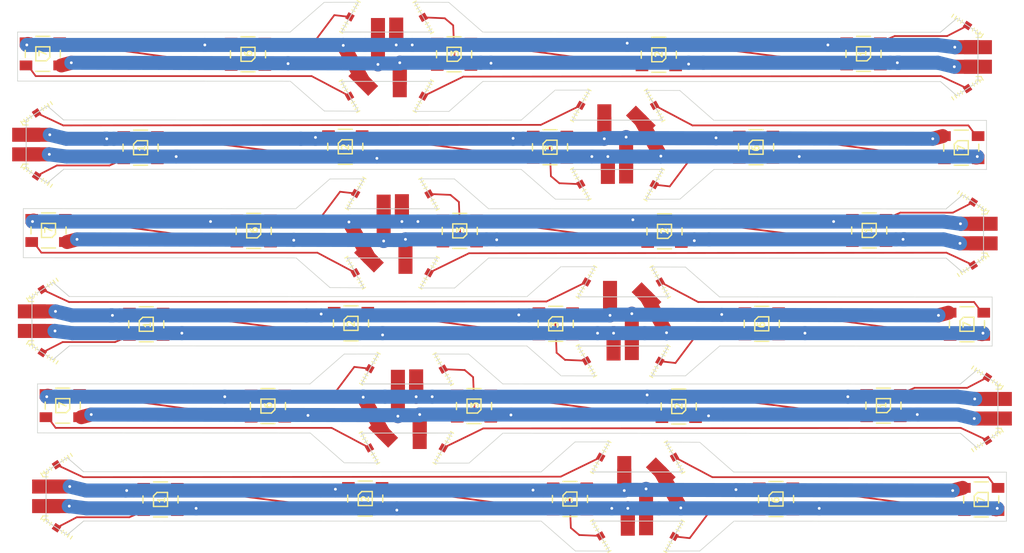
<source format=kicad_pcb>
(kicad_pcb (version 4) (host pcbnew 4.0.7)
  (layers (0 F.Cu signal) (31 B.Cu signal) (34 B.Paste user) (35 F.Paste user) (36 B.SilkS user) (37 F.SilkS user) (38 B.Mask user) (39 F.Mask user) (44 Edge.Cuts user))
  (net 0 "")
  (net 1 /VCC)
  (net 2 /GND)
  (net 3 "Net-(LED3-Pad4)")
  (net 4 "Net-(LED4-Pad4)")
  (net 5 "Net-(LED5-Pad4)")
  (net 6 "Net-(LED6-Pad4)")
  (net 7 "Net-(LED101-Pad2)")
  (net 8 "Net-(LED101-Pad4)")
  (net 9 "Net-(LED104-Pad4)")
  (module "Tiny Edge" (layer F.Cu) (at 157.9372 56.2102 213.6)
    (fp_text reference "" (at 0 0.5 213.6) (layer F.SilkS))
    (fp_text value "")
    (pad 1 smd rect (at 0 0 213.6) (size 1 1) (layers F.Cu F.Paste F.Mask))
  )
  (module "Tiny Edge" (layer F.Cu) (at 157.9372 47.2186 326.4)
    (fp_text reference "" (at 0 0.5 326.4) (layer F.SilkS))
    (fp_text value "")
    (pad 1 smd rect (at 0 0 326.4) (size 1 1) (layers F.Cu F.Paste F.Mask))
  )
  (module "Tiny Edge" (layer F.Cu) (at 80.3021 46.0502 119.4)
    (fp_text reference "" (at 0 0.5 119.4) (layer F.SilkS))
    (fp_text value "")
    (pad 1 smd rect (at 0 0 119.4) (size 1 1) (layers F.Cu F.Paste F.Mask))
  )
  (module "Tiny Edge" (layer F.Cu) (at 80.3021 57.2897 240.6)
    (fp_text reference "" (at 0 0.5 240.6) (layer F.SilkS))
    (fp_text value "")
    (pad 1 smd rect (at 0 0 240.6) (size 1 1) (layers F.Cu F.Paste F.Mask))
  )
  (module "Tiny Edge" (layer F.Cu) (at 69.8246 45.9867 240.6)
    (fp_text reference "" (at 0 0.5 240.6) (layer F.SilkS))
    (fp_text value "")
    (pad 1 smd rect (at 0 0 240.6) (size 1 1) (layers F.Cu F.Paste F.Mask))
  )
  (module "Big pad" (layer F.Cu) (at 159.5501 50.5587)
    (fp_text reference "" (at 0.127 0.5) (layer F.SilkS))
    (fp_text value "")
    (pad 1 smd rect (at -0.127 -0.254) (size 4 2) (layers F.Cu F.Paste F.Mask))
    (pad 1 smd rect (at -0.127 2.54) (size 4 2) (layers F.Cu F.Paste F.Mask))
  )
  (module "Big pad" (layer F.Cu) (at 76.5556 47.9552 90)
    (fp_text reference "" (at 0.127 0.5 90) (layer F.SilkS))
    (fp_text value "")
    (pad 1 smd rect (at -0.127 -0.127 90) (size 4 2) (layers F.Cu F.Paste F.Mask))
  )
  (module "Big pad" (layer F.Cu) (at 73.9521 48.0187 90)
    (fp_text reference "" (at 0.127 0.5 90) (layer F.SilkS))
    (fp_text value "")
    (pad 1 smd rect (at -0.127 -0.127 90) (size 4 2) (layers F.Cu F.Paste F.Mask))
  )
  (module "Big pad" (layer F.Cu) (at 71.7296 55.3212 315)
    (fp_text reference "" (at 0.127 0.5 315) (layer F.SilkS))
    (fp_text value "")
    (pad 1 smd rect (at -0.127 -0.127 315) (size 4 2) (layers F.Cu F.Paste F.Mask))
  )
  (module "Big pad" (layer F.Cu) (at 77.0636 55.3212 90)
    (fp_text reference "" (at 0.127 0.5 90) (layer F.SilkS))
    (fp_text value "")
    (pad 1 smd rect (at -0.127 -0.127 90) (size 4 2) (layers F.Cu F.Paste F.Mask))
  )
  (module WS2812B:WS2812B (layer F.Cu) (at 84.6836 51.3207 90)
    (fp_text reference 3 (at 0.127 0.127 90) (layer F.SilkS) (effects (font (thickness 0.2))))
    (fp_text value "" hide)
    (pad 1 smd rect (at 1.65 -2.4 90) (size 1.4 1.8) (layers F.Cu F.Paste F.Mask) (net 1 /VCC))
    (pad 2 smd rect (at -1.65 -2.4 90) (size 1.4 1.8) (layers F.Cu F.Paste F.Mask) (net 3 "Net-(LED3-Pad4)"))
    (pad 3 smd rect (at -1.65 2.4 90) (size 1.4 1.8) (layers F.Cu F.Paste F.Mask) (net 2 /GND))
    (pad 4 smd rect (at 1.65 2.4 90) (size 1.4 1.8) (layers F.Cu F.Paste F.Mask) (net 4 "Net-(LED4-Pad4)"))
  )
  (module WS2812B:WS2812B (layer F.Cu) (at 113.8936 51.3842 90)
    (fp_text reference 2 (at 0.0635 0 90) (layer F.SilkS) (effects (font (thickness 0.2))))
    (fp_text value "" hide)
    (pad 1 smd rect (at 1.65 -2.4 90) (size 1.4 1.8) (layers F.Cu F.Paste F.Mask) (net 1 /VCC))
    (pad 2 smd rect (at -1.65 -2.4 90) (size 1.4 1.8) (layers F.Cu F.Paste F.Mask) (net 4 "Net-(LED4-Pad4)"))
    (pad 3 smd rect (at -1.65 2.4 90) (size 1.4 1.8) (layers F.Cu F.Paste F.Mask) (net 2 /GND))
    (pad 4 smd rect (at 1.65 2.4 90) (size 1.4 1.8) (layers F.Cu F.Paste F.Mask) (net 5 "Net-(LED5-Pad4)"))
  )
  (module WS2812B:WS2812B (layer F.Cu) (at 143.1036 51.2572 90)
    (fp_text reference 1 (at 0.0635 -0.127 90) (layer F.SilkS) (effects (font (thickness 0.2))))
    (fp_text value "" hide)
    (pad 1 smd rect (at 1.65 -2.4 90) (size 1.4 1.8) (layers F.Cu F.Paste F.Mask) (net 1 /VCC))
    (pad 2 smd rect (at -1.65 -2.4 90) (size 1.4 1.8) (layers F.Cu F.Paste F.Mask) (net 5 "Net-(LED5-Pad4)"))
    (pad 3 smd rect (at -1.65 2.4 90) (size 1.4 1.8) (layers F.Cu F.Paste F.Mask) (net 2 /GND))
    (pad 4 smd rect (at 1.65 2.4 90) (size 1.4 1.8) (layers F.Cu F.Paste F.Mask) (net 6 "Net-(LED6-Pad4)"))
  )
  (module WS2812B:WS2812B (layer F.Cu) (at 26.0096 51.2572 90)
    (fp_text reference 7 (at 0.0635 0 90) (layer F.SilkS) (effects (font (thickness 0.2))))
    (fp_text value "" hide)
    (pad 1 smd rect (at 1.65 -2.4 90) (size 1.4 1.8) (layers F.Cu F.Paste F.Mask) (net 1 /VCC))
    (pad 2 smd rect (at -1.65 -2.4 90) (size 1.4 1.8) (layers F.Cu F.Paste F.Mask) (net 7 "Net-(LED101-Pad2)"))
    (pad 3 smd rect (at -1.65 2.4 90) (size 1.4 1.8) (layers F.Cu F.Paste F.Mask) (net 2 /GND))
    (pad 4 smd rect (at 1.65 2.4 90) (size 1.4 1.8) (layers F.Cu F.Paste F.Mask) (net 8 "Net-(LED101-Pad4)"))
  )
  (module WS2812B:WS2812B (layer F.Cu) (at 55.2831 51.3207 90)
    (fp_text reference 6 (at 0.127 0.0635 90) (layer F.SilkS) (effects (font (thickness 0.2))))
    (fp_text value "" hide)
    (pad 1 smd rect (at 1.65 -2.4 90) (size 1.4 1.8) (layers F.Cu F.Paste F.Mask) (net 1 /VCC))
    (pad 2 smd rect (at -1.65 -2.4 90) (size 1.4 1.8) (layers F.Cu F.Paste F.Mask) (net 8 "Net-(LED101-Pad4)"))
    (pad 3 smd rect (at -1.65 2.4 90) (size 1.4 1.8) (layers F.Cu F.Paste F.Mask) (net 2 /GND))
    (pad 4 smd rect (at 1.65 2.4 90) (size 1.4 1.8) (layers F.Cu F.Paste F.Mask) (net 9 "Net-(LED104-Pad4)"))
  )
  (module "Tiny Edge" (layer F.Cu) (at 69.7611 57.2897 119.4)
    (fp_text reference "" (at 0 0.5 119.4) (layer F.SilkS))
    (fp_text value "")
    (pad 1 smd rect (at 0 0 119.4) (size 1 1) (layers F.Cu F.Paste F.Mask))
  )
  (module WS2812B:WS2812B (layer F.Cu) (at 127.7747 64.5795 270)
    (fp_text reference 6 (at 0.127 0.0635 270) (layer F.SilkS) (effects (font (thickness 0.2))))
    (fp_text value "" hide)
    (pad 1 smd rect (at 1.65 -2.4 270) (size 1.4 1.8) (layers F.Cu F.Paste F.Mask) (net 1 /VCC))
    (pad 2 smd rect (at -1.65 -2.4 270) (size 1.4 1.8) (layers F.Cu F.Paste F.Mask) (net 8 "Net-(LED101-Pad4)"))
    (pad 3 smd rect (at -1.65 2.4 270) (size 1.4 1.8) (layers F.Cu F.Paste F.Mask) (net 2 /GND))
    (pad 4 smd rect (at 1.65 2.4 270) (size 1.4 1.8) (layers F.Cu F.Paste F.Mask) (net 9 "Net-(LED104-Pad4)"))
  )
  (module WS2812B:WS2812B (layer F.Cu) (at 157.0482 64.643 270)
    (fp_text reference 7 (at 0.0635 0 270) (layer F.SilkS) (effects (font (thickness 0.2))))
    (fp_text value "" hide)
    (pad 1 smd rect (at 1.65 -2.4 270) (size 1.4 1.8) (layers F.Cu F.Paste F.Mask) (net 1 /VCC))
    (pad 2 smd rect (at -1.65 -2.4 270) (size 1.4 1.8) (layers F.Cu F.Paste F.Mask) (net 7 "Net-(LED101-Pad2)"))
    (pad 3 smd rect (at -1.65 2.4 270) (size 1.4 1.8) (layers F.Cu F.Paste F.Mask) (net 2 /GND))
    (pad 4 smd rect (at 1.65 2.4 270) (size 1.4 1.8) (layers F.Cu F.Paste F.Mask) (net 8 "Net-(LED101-Pad4)"))
  )
  (module WS2812B:WS2812B (layer F.Cu) (at 39.9542 64.643 270)
    (fp_text reference 1 (at 0.0635 -0.127 270) (layer F.SilkS) (effects (font (thickness 0.2))))
    (fp_text value "" hide)
    (pad 1 smd rect (at 1.65 -2.4 270) (size 1.4 1.8) (layers F.Cu F.Paste F.Mask) (net 1 /VCC))
    (pad 2 smd rect (at -1.65 -2.4 270) (size 1.4 1.8) (layers F.Cu F.Paste F.Mask) (net 5 "Net-(LED5-Pad4)"))
    (pad 3 smd rect (at -1.65 2.4 270) (size 1.4 1.8) (layers F.Cu F.Paste F.Mask) (net 2 /GND))
    (pad 4 smd rect (at 1.65 2.4 270) (size 1.4 1.8) (layers F.Cu F.Paste F.Mask) (net 6 "Net-(LED6-Pad4)"))
  )
  (module WS2812B:WS2812B (layer F.Cu) (at 69.1642 64.516 270)
    (fp_text reference 2 (at 0.0635 0 270) (layer F.SilkS) (effects (font (thickness 0.2))))
    (fp_text value "" hide)
    (pad 1 smd rect (at 1.65 -2.4 270) (size 1.4 1.8) (layers F.Cu F.Paste F.Mask) (net 1 /VCC))
    (pad 2 smd rect (at -1.65 -2.4 270) (size 1.4 1.8) (layers F.Cu F.Paste F.Mask) (net 4 "Net-(LED4-Pad4)"))
    (pad 3 smd rect (at -1.65 2.4 270) (size 1.4 1.8) (layers F.Cu F.Paste F.Mask) (net 2 /GND))
    (pad 4 smd rect (at 1.65 2.4 270) (size 1.4 1.8) (layers F.Cu F.Paste F.Mask) (net 5 "Net-(LED5-Pad4)"))
  )
  (module WS2812B:WS2812B (layer F.Cu) (at 98.3742 64.5795 270)
    (fp_text reference 3 (at 0.127 0.127 270) (layer F.SilkS) (effects (font (thickness 0.2))))
    (fp_text value "" hide)
    (pad 1 smd rect (at 1.65 -2.4 270) (size 1.4 1.8) (layers F.Cu F.Paste F.Mask) (net 1 /VCC))
    (pad 2 smd rect (at -1.65 -2.4 270) (size 1.4 1.8) (layers F.Cu F.Paste F.Mask) (net 3 "Net-(LED3-Pad4)"))
    (pad 3 smd rect (at -1.65 2.4 270) (size 1.4 1.8) (layers F.Cu F.Paste F.Mask) (net 2 /GND))
    (pad 4 smd rect (at 1.65 2.4 270) (size 1.4 1.8) (layers F.Cu F.Paste F.Mask) (net 4 "Net-(LED4-Pad4)"))
  )
  (module "Big pad" (layer F.Cu) (at 105.9942 60.579 270)
    (fp_text reference "" (at 0.127 0.5 270) (layer F.SilkS))
    (fp_text value "")
    (pad 1 smd rect (at -0.127 -0.127 270) (size 4 2) (layers F.Cu F.Paste F.Mask))
  )
  (module "Big pad" (layer F.Cu) (at 111.3282 60.579 135)
    (fp_text reference "" (at 0.127 0.5 135) (layer F.SilkS))
    (fp_text value "")
    (pad 1 smd rect (at -0.127 -0.127 135) (size 4 2) (layers F.Cu F.Paste F.Mask))
  )
  (module "Big pad" (layer F.Cu) (at 109.1057 67.8815 270)
    (fp_text reference "" (at 0.127 0.5 270) (layer F.SilkS))
    (fp_text value "")
    (pad 1 smd rect (at -0.127 -0.127 270) (size 4 2) (layers F.Cu F.Paste F.Mask))
  )
  (module "Big pad" (layer F.Cu) (at 106.5022 67.945 270)
    (fp_text reference "" (at 0.127 0.5 270) (layer F.SilkS))
    (fp_text value "")
    (pad 1 smd rect (at -0.127 -0.127 270) (size 4 2) (layers F.Cu F.Paste F.Mask))
  )
  (module "Big pad" (layer F.Cu) (at 23.5077 65.3415 180)
    (fp_text reference "" (at 0.127 0.5 180) (layer F.SilkS))
    (fp_text value "")
    (pad 1 smd rect (at -0.127 -0.254 180) (size 4 2) (layers F.Cu F.Paste F.Mask))
    (pad 1 smd rect (at -0.127 2.54 180) (size 4 2) (layers F.Cu F.Paste F.Mask))
  )
  (module "Tiny Edge" (layer F.Cu) (at 113.2332 69.9135 60.6)
    (fp_text reference "" (at 0 0.5 60.6) (layer F.SilkS))
    (fp_text value "")
    (pad 1 smd rect (at 0 0 60.6) (size 1 1) (layers F.Cu F.Paste F.Mask))
  )
  (module "Tiny Edge" (layer F.Cu) (at 113.2967 58.6105 299.4)
    (fp_text reference "" (at 0 0.5 299.4) (layer F.SilkS))
    (fp_text value "")
    (pad 1 smd rect (at 0 0 299.4) (size 1 1) (layers F.Cu F.Paste F.Mask))
  )
  (module "Tiny Edge" (layer F.Cu) (at 102.7557 69.85 299.4)
    (fp_text reference "" (at 0 0.5 299.4) (layer F.SilkS))
    (fp_text value "")
    (pad 1 smd rect (at 0 0 299.4) (size 1 1) (layers F.Cu F.Paste F.Mask))
  )
  (module "Tiny Edge" (layer F.Cu) (at 25.1206 68.6816 146.4)
    (fp_text reference "" (at 0 0.5 146.4) (layer F.SilkS))
    (fp_text value "")
    (pad 1 smd rect (at 0 0 146.4) (size 1 1) (layers F.Cu F.Paste F.Mask))
  )
  (module "Tiny Edge" (layer F.Cu) (at 25.1206 59.69 33.6)
    (fp_text reference "" (at 0 0.5 33.6) (layer F.SilkS))
    (fp_text value "")
    (pad 1 smd rect (at 0 0 33.6) (size 1 1) (layers F.Cu F.Paste F.Mask))
  )
  (module "Tiny Edge" (layer F.Cu) (at 102.7557 58.6105 60.6)
    (fp_text reference "" (at 0 0.5 60.6) (layer F.SilkS))
    (fp_text value "")
    (pad 1 smd rect (at 0 0 60.6) (size 1 1) (layers F.Cu F.Paste F.Mask))
  )
  (module "Tiny Edge" (layer F.Cu) (at 159.9692 81.2038 213.6)
    (fp_text reference "" (at 0 0.5 213.6) (layer F.SilkS))
    (fp_text value "")
    (pad 1 smd rect (at 0 0 213.6) (size 1 1) (layers F.Cu F.Paste F.Mask))
  )
  (module "Tiny Edge" (layer F.Cu) (at 159.9692 72.2122 326.4)
    (fp_text reference "" (at 0 0.5 326.4) (layer F.SilkS))
    (fp_text value "")
    (pad 1 smd rect (at 0 0 326.4) (size 1 1) (layers F.Cu F.Paste F.Mask))
  )
  (module "Tiny Edge" (layer F.Cu) (at 82.3341 71.0438 119.4)
    (fp_text reference "" (at 0 0.5 119.4) (layer F.SilkS))
    (fp_text value "")
    (pad 1 smd rect (at 0 0 119.4) (size 1 1) (layers F.Cu F.Paste F.Mask))
  )
  (module "Tiny Edge" (layer F.Cu) (at 82.3341 82.2833 240.6)
    (fp_text reference "" (at 0 0.5 240.6) (layer F.SilkS))
    (fp_text value "")
    (pad 1 smd rect (at 0 0 240.6) (size 1 1) (layers F.Cu F.Paste F.Mask))
  )
  (module "Tiny Edge" (layer F.Cu) (at 71.8566 70.9803 240.6)
    (fp_text reference "" (at 0 0.5 240.6) (layer F.SilkS))
    (fp_text value "")
    (pad 1 smd rect (at 0 0 240.6) (size 1 1) (layers F.Cu F.Paste F.Mask))
  )
  (module "Big pad" (layer F.Cu) (at 161.5821 75.5523)
    (fp_text reference "" (at 0.127 0.5) (layer F.SilkS))
    (fp_text value "")
    (pad 1 smd rect (at -0.127 -0.254) (size 4 2) (layers F.Cu F.Paste F.Mask))
    (pad 1 smd rect (at -0.127 2.54) (size 4 2) (layers F.Cu F.Paste F.Mask))
  )
  (module "Big pad" (layer F.Cu) (at 78.5876 72.9488 90)
    (fp_text reference "" (at 0.127 0.5 90) (layer F.SilkS))
    (fp_text value "")
    (pad 1 smd rect (at -0.127 -0.127 90) (size 4 2) (layers F.Cu F.Paste F.Mask))
  )
  (module "Big pad" (layer F.Cu) (at 75.9841 73.0123 90)
    (fp_text reference "" (at 0.127 0.5 90) (layer F.SilkS))
    (fp_text value "")
    (pad 1 smd rect (at -0.127 -0.127 90) (size 4 2) (layers F.Cu F.Paste F.Mask))
  )
  (module "Big pad" (layer F.Cu) (at 73.7616 80.3148 315)
    (fp_text reference "" (at 0.127 0.5 315) (layer F.SilkS))
    (fp_text value "")
    (pad 1 smd rect (at -0.127 -0.127 315) (size 4 2) (layers F.Cu F.Paste F.Mask))
  )
  (module "Big pad" (layer F.Cu) (at 79.0956 80.3148 90)
    (fp_text reference "" (at 0.127 0.5 90) (layer F.SilkS))
    (fp_text value "")
    (pad 1 smd rect (at -0.127 -0.127 90) (size 4 2) (layers F.Cu F.Paste F.Mask))
  )
  (module WS2812B:WS2812B (layer F.Cu) (at 86.7156 76.3143 90)
    (fp_text reference 3 (at 0.127 0.127 90) (layer F.SilkS) (effects (font (thickness 0.2))))
    (fp_text value "" hide)
    (pad 1 smd rect (at 1.65 -2.4 90) (size 1.4 1.8) (layers F.Cu F.Paste F.Mask) (net 1 /VCC))
    (pad 2 smd rect (at -1.65 -2.4 90) (size 1.4 1.8) (layers F.Cu F.Paste F.Mask) (net 3 "Net-(LED3-Pad4)"))
    (pad 3 smd rect (at -1.65 2.4 90) (size 1.4 1.8) (layers F.Cu F.Paste F.Mask) (net 2 /GND))
    (pad 4 smd rect (at 1.65 2.4 90) (size 1.4 1.8) (layers F.Cu F.Paste F.Mask) (net 4 "Net-(LED4-Pad4)"))
  )
  (module WS2812B:WS2812B (layer F.Cu) (at 115.9256 76.3778 90)
    (fp_text reference 2 (at 0.0635 0 90) (layer F.SilkS) (effects (font (thickness 0.2))))
    (fp_text value "" hide)
    (pad 1 smd rect (at 1.65 -2.4 90) (size 1.4 1.8) (layers F.Cu F.Paste F.Mask) (net 1 /VCC))
    (pad 2 smd rect (at -1.65 -2.4 90) (size 1.4 1.8) (layers F.Cu F.Paste F.Mask) (net 4 "Net-(LED4-Pad4)"))
    (pad 3 smd rect (at -1.65 2.4 90) (size 1.4 1.8) (layers F.Cu F.Paste F.Mask) (net 2 /GND))
    (pad 4 smd rect (at 1.65 2.4 90) (size 1.4 1.8) (layers F.Cu F.Paste F.Mask) (net 5 "Net-(LED5-Pad4)"))
  )
  (module WS2812B:WS2812B (layer F.Cu) (at 145.1356 76.2508 90)
    (fp_text reference 1 (at 0.0635 -0.127 90) (layer F.SilkS) (effects (font (thickness 0.2))))
    (fp_text value "" hide)
    (pad 1 smd rect (at 1.65 -2.4 90) (size 1.4 1.8) (layers F.Cu F.Paste F.Mask) (net 1 /VCC))
    (pad 2 smd rect (at -1.65 -2.4 90) (size 1.4 1.8) (layers F.Cu F.Paste F.Mask) (net 5 "Net-(LED5-Pad4)"))
    (pad 3 smd rect (at -1.65 2.4 90) (size 1.4 1.8) (layers F.Cu F.Paste F.Mask) (net 2 /GND))
    (pad 4 smd rect (at 1.65 2.4 90) (size 1.4 1.8) (layers F.Cu F.Paste F.Mask) (net 6 "Net-(LED6-Pad4)"))
  )
  (module WS2812B:WS2812B (layer F.Cu) (at 28.0416 76.2508 90)
    (fp_text reference 7 (at 0.0635 0 90) (layer F.SilkS) (effects (font (thickness 0.2))))
    (fp_text value "" hide)
    (pad 1 smd rect (at 1.65 -2.4 90) (size 1.4 1.8) (layers F.Cu F.Paste F.Mask) (net 1 /VCC))
    (pad 2 smd rect (at -1.65 -2.4 90) (size 1.4 1.8) (layers F.Cu F.Paste F.Mask) (net 7 "Net-(LED101-Pad2)"))
    (pad 3 smd rect (at -1.65 2.4 90) (size 1.4 1.8) (layers F.Cu F.Paste F.Mask) (net 2 /GND))
    (pad 4 smd rect (at 1.65 2.4 90) (size 1.4 1.8) (layers F.Cu F.Paste F.Mask) (net 8 "Net-(LED101-Pad4)"))
  )
  (module WS2812B:WS2812B (layer F.Cu) (at 57.3151 76.3143 90)
    (fp_text reference 6 (at 0.127 0.0635 90) (layer F.SilkS) (effects (font (thickness 0.2))))
    (fp_text value "" hide)
    (pad 1 smd rect (at 1.65 -2.4 90) (size 1.4 1.8) (layers F.Cu F.Paste F.Mask) (net 1 /VCC))
    (pad 2 smd rect (at -1.65 -2.4 90) (size 1.4 1.8) (layers F.Cu F.Paste F.Mask) (net 8 "Net-(LED101-Pad4)"))
    (pad 3 smd rect (at -1.65 2.4 90) (size 1.4 1.8) (layers F.Cu F.Paste F.Mask) (net 2 /GND))
    (pad 4 smd rect (at 1.65 2.4 90) (size 1.4 1.8) (layers F.Cu F.Paste F.Mask) (net 9 "Net-(LED104-Pad4)"))
  )
  (module "Tiny Edge" (layer F.Cu) (at 71.7931 82.2833 119.4)
    (fp_text reference "" (at 0 0.5 119.4) (layer F.SilkS))
    (fp_text value "")
    (pad 1 smd rect (at 0 0 119.4) (size 1 1) (layers F.Cu F.Paste F.Mask))
  )
  (module WS2812B:WS2812B (layer F.Cu) (at 129.8067 89.5731 270)
    (fp_text reference 6 (at 0.127 0.0635 270) (layer F.SilkS) (effects (font (thickness 0.2))))
    (fp_text value "" hide)
    (pad 1 smd rect (at 1.65 -2.4 270) (size 1.4 1.8) (layers F.Cu F.Paste F.Mask) (net 1 /VCC))
    (pad 2 smd rect (at -1.65 -2.4 270) (size 1.4 1.8) (layers F.Cu F.Paste F.Mask) (net 8 "Net-(LED101-Pad4)"))
    (pad 3 smd rect (at -1.65 2.4 270) (size 1.4 1.8) (layers F.Cu F.Paste F.Mask) (net 2 /GND))
    (pad 4 smd rect (at 1.65 2.4 270) (size 1.4 1.8) (layers F.Cu F.Paste F.Mask) (net 9 "Net-(LED104-Pad4)"))
  )
  (module WS2812B:WS2812B (layer F.Cu) (at 159.0802 89.6366 270)
    (fp_text reference 7 (at 0.0635 0 270) (layer F.SilkS) (effects (font (thickness 0.2))))
    (fp_text value "" hide)
    (pad 1 smd rect (at 1.65 -2.4 270) (size 1.4 1.8) (layers F.Cu F.Paste F.Mask) (net 1 /VCC))
    (pad 2 smd rect (at -1.65 -2.4 270) (size 1.4 1.8) (layers F.Cu F.Paste F.Mask) (net 7 "Net-(LED101-Pad2)"))
    (pad 3 smd rect (at -1.65 2.4 270) (size 1.4 1.8) (layers F.Cu F.Paste F.Mask) (net 2 /GND))
    (pad 4 smd rect (at 1.65 2.4 270) (size 1.4 1.8) (layers F.Cu F.Paste F.Mask) (net 8 "Net-(LED101-Pad4)"))
  )
  (module WS2812B:WS2812B (layer F.Cu) (at 41.9862 89.6366 270)
    (fp_text reference 1 (at 0.0635 -0.127 270) (layer F.SilkS) (effects (font (thickness 0.2))))
    (fp_text value "" hide)
    (pad 1 smd rect (at 1.65 -2.4 270) (size 1.4 1.8) (layers F.Cu F.Paste F.Mask) (net 1 /VCC))
    (pad 2 smd rect (at -1.65 -2.4 270) (size 1.4 1.8) (layers F.Cu F.Paste F.Mask) (net 5 "Net-(LED5-Pad4)"))
    (pad 3 smd rect (at -1.65 2.4 270) (size 1.4 1.8) (layers F.Cu F.Paste F.Mask) (net 2 /GND))
    (pad 4 smd rect (at 1.65 2.4 270) (size 1.4 1.8) (layers F.Cu F.Paste F.Mask) (net 6 "Net-(LED6-Pad4)"))
  )
  (module WS2812B:WS2812B (layer F.Cu) (at 71.1962 89.5096 270)
    (fp_text reference 2 (at 0.0635 0 270) (layer F.SilkS) (effects (font (thickness 0.2))))
    (fp_text value "" hide)
    (pad 1 smd rect (at 1.65 -2.4 270) (size 1.4 1.8) (layers F.Cu F.Paste F.Mask) (net 1 /VCC))
    (pad 2 smd rect (at -1.65 -2.4 270) (size 1.4 1.8) (layers F.Cu F.Paste F.Mask) (net 4 "Net-(LED4-Pad4)"))
    (pad 3 smd rect (at -1.65 2.4 270) (size 1.4 1.8) (layers F.Cu F.Paste F.Mask) (net 2 /GND))
    (pad 4 smd rect (at 1.65 2.4 270) (size 1.4 1.8) (layers F.Cu F.Paste F.Mask) (net 5 "Net-(LED5-Pad4)"))
  )
  (module WS2812B:WS2812B (layer F.Cu) (at 100.4062 89.5731 270)
    (fp_text reference 3 (at 0.127 0.127 270) (layer F.SilkS) (effects (font (thickness 0.2))))
    (fp_text value "" hide)
    (pad 1 smd rect (at 1.65 -2.4 270) (size 1.4 1.8) (layers F.Cu F.Paste F.Mask) (net 1 /VCC))
    (pad 2 smd rect (at -1.65 -2.4 270) (size 1.4 1.8) (layers F.Cu F.Paste F.Mask) (net 3 "Net-(LED3-Pad4)"))
    (pad 3 smd rect (at -1.65 2.4 270) (size 1.4 1.8) (layers F.Cu F.Paste F.Mask) (net 2 /GND))
    (pad 4 smd rect (at 1.65 2.4 270) (size 1.4 1.8) (layers F.Cu F.Paste F.Mask) (net 4 "Net-(LED4-Pad4)"))
  )
  (module "Big pad" (layer F.Cu) (at 108.0262 85.5726 270)
    (fp_text reference "" (at 0.127 0.5 270) (layer F.SilkS))
    (fp_text value "")
    (pad 1 smd rect (at -0.127 -0.127 270) (size 4 2) (layers F.Cu F.Paste F.Mask))
  )
  (module "Big pad" (layer F.Cu) (at 113.3602 85.5726 135)
    (fp_text reference "" (at 0.127 0.5 135) (layer F.SilkS))
    (fp_text value "")
    (pad 1 smd rect (at -0.127 -0.127 135) (size 4 2) (layers F.Cu F.Paste F.Mask))
  )
  (module "Big pad" (layer F.Cu) (at 111.1377 92.8751 270)
    (fp_text reference "" (at 0.127 0.5 270) (layer F.SilkS))
    (fp_text value "")
    (pad 1 smd rect (at -0.127 -0.127 270) (size 4 2) (layers F.Cu F.Paste F.Mask))
  )
  (module "Big pad" (layer F.Cu) (at 108.5342 92.9386 270)
    (fp_text reference "" (at 0.127 0.5 270) (layer F.SilkS))
    (fp_text value "")
    (pad 1 smd rect (at -0.127 -0.127 270) (size 4 2) (layers F.Cu F.Paste F.Mask))
  )
  (module "Big pad" (layer F.Cu) (at 25.5397 90.3351 180)
    (fp_text reference "" (at 0.127 0.5 180) (layer F.SilkS))
    (fp_text value "")
    (pad 1 smd rect (at -0.127 -0.254 180) (size 4 2) (layers F.Cu F.Paste F.Mask))
    (pad 1 smd rect (at -0.127 2.54 180) (size 4 2) (layers F.Cu F.Paste F.Mask))
  )
  (module "Tiny Edge" (layer F.Cu) (at 115.2652 94.9071 60.6)
    (fp_text reference "" (at 0 0.5 60.6) (layer F.SilkS))
    (fp_text value "")
    (pad 1 smd rect (at 0 0 60.6) (size 1 1) (layers F.Cu F.Paste F.Mask))
  )
  (module "Tiny Edge" (layer F.Cu) (at 115.3287 83.6041 299.4)
    (fp_text reference "" (at 0 0.5 299.4) (layer F.SilkS))
    (fp_text value "")
    (pad 1 smd rect (at 0 0 299.4) (size 1 1) (layers F.Cu F.Paste F.Mask))
  )
  (module "Tiny Edge" (layer F.Cu) (at 104.7877 94.8436 299.4)
    (fp_text reference "" (at 0 0.5 299.4) (layer F.SilkS))
    (fp_text value "")
    (pad 1 smd rect (at 0 0 299.4) (size 1 1) (layers F.Cu F.Paste F.Mask))
  )
  (module "Tiny Edge" (layer F.Cu) (at 27.1526 93.6752 146.4)
    (fp_text reference "" (at 0 0.5 146.4) (layer F.SilkS))
    (fp_text value "")
    (pad 1 smd rect (at 0 0 146.4) (size 1 1) (layers F.Cu F.Paste F.Mask))
  )
  (module "Tiny Edge" (layer F.Cu) (at 27.1526 84.6836 33.6)
    (fp_text reference "" (at 0 0.5 33.6) (layer F.SilkS))
    (fp_text value "")
    (pad 1 smd rect (at 0 0 33.6) (size 1 1) (layers F.Cu F.Paste F.Mask))
  )
  (module "Tiny Edge" (layer F.Cu) (at 104.7877 83.6041 60.6)
    (fp_text reference "" (at 0 0.5 60.6) (layer F.SilkS))
    (fp_text value "")
    (pad 1 smd rect (at 0 0 60.6) (size 1 1) (layers F.Cu F.Paste F.Mask))
  )
  (module "Tiny Edge" (layer F.Cu) (at 101.9429 33.4137 60.6)
    (fp_text reference "" (at 0 0.5 60.6) (layer F.SilkS))
    (fp_text value "")
    (pad 1 smd rect (at 0 0 60.6) (size 1 1) (layers F.Cu F.Paste F.Mask))
  )
  (module "Tiny Edge" (layer F.Cu) (at 24.3078 34.4932 33.6)
    (fp_text reference "" (at 0 0.5 33.6) (layer F.SilkS))
    (fp_text value "")
    (pad 1 smd rect (at 0 0 33.6) (size 1 1) (layers F.Cu F.Paste F.Mask))
  )
  (module "Tiny Edge" (layer F.Cu) (at 24.3078 43.4848 146.4)
    (fp_text reference "" (at 0 0.5 146.4) (layer F.SilkS))
    (fp_text value "")
    (pad 1 smd rect (at 0 0 146.4) (size 1 1) (layers F.Cu F.Paste F.Mask))
  )
  (module "Tiny Edge" (layer F.Cu) (at 101.9429 44.6532 299.4)
    (fp_text reference "" (at 0 0.5 299.4) (layer F.SilkS))
    (fp_text value "")
    (pad 1 smd rect (at 0 0 299.4) (size 1 1) (layers F.Cu F.Paste F.Mask))
  )
  (module "Tiny Edge" (layer F.Cu) (at 112.4839 33.4137 299.4)
    (fp_text reference "" (at 0 0.5 299.4) (layer F.SilkS))
    (fp_text value "")
    (pad 1 smd rect (at 0 0 299.4) (size 1 1) (layers F.Cu F.Paste F.Mask))
  )
  (module "Tiny Edge" (layer F.Cu) (at 112.4204 44.7167 60.6)
    (fp_text reference "" (at 0 0.5 60.6) (layer F.SilkS))
    (fp_text value "")
    (pad 1 smd rect (at 0 0 60.6) (size 1 1) (layers F.Cu F.Paste F.Mask))
  )
  (module "Big pad" (layer F.Cu) (at 22.6949 40.1447 180)
    (fp_text reference "" (at 0.127 0.5 180) (layer F.SilkS))
    (fp_text value "")
    (pad 1 smd rect (at -0.127 -0.254 180) (size 4 2) (layers F.Cu F.Paste F.Mask))
    (pad 1 smd rect (at -0.127 2.54 180) (size 4 2) (layers F.Cu F.Paste F.Mask))
  )
  (module "Big pad" (layer F.Cu) (at 105.6894 42.7482 270)
    (fp_text reference "" (at 0.127 0.5 270) (layer F.SilkS))
    (fp_text value "")
    (pad 1 smd rect (at -0.127 -0.127 270) (size 4 2) (layers F.Cu F.Paste F.Mask))
  )
  (module "Big pad" (layer F.Cu) (at 108.2929 42.6847 270)
    (fp_text reference "" (at 0.127 0.5 270) (layer F.SilkS))
    (fp_text value "")
    (pad 1 smd rect (at -0.127 -0.127 270) (size 4 2) (layers F.Cu F.Paste F.Mask))
  )
  (module "Big pad" (layer F.Cu) (at 110.5154 35.3822 135)
    (fp_text reference "" (at 0.127 0.5 135) (layer F.SilkS))
    (fp_text value "")
    (pad 1 smd rect (at -0.127 -0.127 135) (size 4 2) (layers F.Cu F.Paste F.Mask))
  )
  (module "Big pad" (layer F.Cu) (at 105.1814 35.3822 270)
    (fp_text reference "" (at 0.127 0.5 270) (layer F.SilkS))
    (fp_text value "")
    (pad 1 smd rect (at -0.127 -0.127 270) (size 4 2) (layers F.Cu F.Paste F.Mask))
  )
  (module WS2812B:WS2812B (layer F.Cu) (at 97.5614 39.3827 270)
    (fp_text reference 3 (at 0.127 0.127 270) (layer F.SilkS) (effects (font (thickness 0.2))))
    (fp_text value "" hide)
    (pad 1 smd rect (at 1.65 -2.4 270) (size 1.4 1.8) (layers F.Cu F.Paste F.Mask) (net 1 /VCC))
    (pad 2 smd rect (at -1.65 -2.4 270) (size 1.4 1.8) (layers F.Cu F.Paste F.Mask) (net 3 "Net-(LED3-Pad4)"))
    (pad 3 smd rect (at -1.65 2.4 270) (size 1.4 1.8) (layers F.Cu F.Paste F.Mask) (net 2 /GND))
    (pad 4 smd rect (at 1.65 2.4 270) (size 1.4 1.8) (layers F.Cu F.Paste F.Mask) (net 4 "Net-(LED4-Pad4)"))
  )
  (module WS2812B:WS2812B (layer F.Cu) (at 68.3514 39.3192 270)
    (fp_text reference 2 (at 0.0635 0 270) (layer F.SilkS) (effects (font (thickness 0.2))))
    (fp_text value "" hide)
    (pad 1 smd rect (at 1.65 -2.4 270) (size 1.4 1.8) (layers F.Cu F.Paste F.Mask) (net 1 /VCC))
    (pad 2 smd rect (at -1.65 -2.4 270) (size 1.4 1.8) (layers F.Cu F.Paste F.Mask) (net 4 "Net-(LED4-Pad4)"))
    (pad 3 smd rect (at -1.65 2.4 270) (size 1.4 1.8) (layers F.Cu F.Paste F.Mask) (net 2 /GND))
    (pad 4 smd rect (at 1.65 2.4 270) (size 1.4 1.8) (layers F.Cu F.Paste F.Mask) (net 5 "Net-(LED5-Pad4)"))
  )
  (module WS2812B:WS2812B (layer F.Cu) (at 39.1414 39.4462 270)
    (fp_text reference 1 (at 0.0635 -0.127 270) (layer F.SilkS) (effects (font (thickness 0.2))))
    (fp_text value "" hide)
    (pad 1 smd rect (at 1.65 -2.4 270) (size 1.4 1.8) (layers F.Cu F.Paste F.Mask) (net 1 /VCC))
    (pad 2 smd rect (at -1.65 -2.4 270) (size 1.4 1.8) (layers F.Cu F.Paste F.Mask) (net 5 "Net-(LED5-Pad4)"))
    (pad 3 smd rect (at -1.65 2.4 270) (size 1.4 1.8) (layers F.Cu F.Paste F.Mask) (net 2 /GND))
    (pad 4 smd rect (at 1.65 2.4 270) (size 1.4 1.8) (layers F.Cu F.Paste F.Mask) (net 6 "Net-(LED6-Pad4)"))
  )
  (module WS2812B:WS2812B (layer F.Cu) (at 156.2354 39.4462 270)
    (fp_text reference 7 (at 0.0635 0 270) (layer F.SilkS) (effects (font (thickness 0.2))))
    (fp_text value "" hide)
    (pad 1 smd rect (at 1.65 -2.4 270) (size 1.4 1.8) (layers F.Cu F.Paste F.Mask) (net 1 /VCC))
    (pad 2 smd rect (at -1.65 -2.4 270) (size 1.4 1.8) (layers F.Cu F.Paste F.Mask) (net 7 "Net-(LED101-Pad2)"))
    (pad 3 smd rect (at -1.65 2.4 270) (size 1.4 1.8) (layers F.Cu F.Paste F.Mask) (net 2 /GND))
    (pad 4 smd rect (at 1.65 2.4 270) (size 1.4 1.8) (layers F.Cu F.Paste F.Mask) (net 8 "Net-(LED101-Pad4)"))
  )
  (module WS2812B:WS2812B (layer F.Cu) (at 126.9619 39.3827 270)
    (fp_text reference 6 (at 0.127 0.0635 270) (layer F.SilkS) (effects (font (thickness 0.2))))
    (fp_text value "" hide)
    (pad 1 smd rect (at 1.65 -2.4 270) (size 1.4 1.8) (layers F.Cu F.Paste F.Mask) (net 1 /VCC))
    (pad 2 smd rect (at -1.65 -2.4 270) (size 1.4 1.8) (layers F.Cu F.Paste F.Mask) (net 8 "Net-(LED101-Pad4)"))
    (pad 3 smd rect (at -1.65 2.4 270) (size 1.4 1.8) (layers F.Cu F.Paste F.Mask) (net 2 /GND))
    (pad 4 smd rect (at 1.65 2.4 270) (size 1.4 1.8) (layers F.Cu F.Paste F.Mask) (net 9 "Net-(LED104-Pad4)"))
  )
  (module "Tiny Edge" (layer F.Cu) (at 68.9483 32.0929 119.4)
    (fp_text reference "" (at 0 0.5 119.4) (layer F.SilkS))
    (fp_text value "")
    (pad 1 smd rect (at 0 0 119.4) (size 1 1) (layers F.Cu F.Paste F.Mask))
  )
  (module WS2812B:WS2812B (layer F.Cu) (at 54.4703 26.1239 90)
    (fp_text reference 6 (at 0.127 0.0635 90) (layer F.SilkS) (effects (font (thickness 0.2))))
    (fp_text value "" hide)
    (pad 1 smd rect (at 1.65 -2.4 90) (size 1.4 1.8) (layers F.Cu F.Paste F.Mask) (net 1 /VCC))
    (pad 2 smd rect (at -1.65 -2.4 90) (size 1.4 1.8) (layers F.Cu F.Paste F.Mask) (net 8 "Net-(LED101-Pad4)"))
    (pad 3 smd rect (at -1.65 2.4 90) (size 1.4 1.8) (layers F.Cu F.Paste F.Mask) (net 2 /GND))
    (pad 4 smd rect (at 1.65 2.4 90) (size 1.4 1.8) (layers F.Cu F.Paste F.Mask) (net 9 "Net-(LED104-Pad4)"))
  )
  (module WS2812B:WS2812B (layer F.Cu) (at 25.1968 26.0604 90)
    (fp_text reference 7 (at 0.0635 0 90) (layer F.SilkS) (effects (font (thickness 0.2))))
    (fp_text value "" hide)
    (pad 1 smd rect (at 1.65 -2.4 90) (size 1.4 1.8) (layers F.Cu F.Paste F.Mask) (net 1 /VCC))
    (pad 2 smd rect (at -1.65 -2.4 90) (size 1.4 1.8) (layers F.Cu F.Paste F.Mask) (net 7 "Net-(LED101-Pad2)"))
    (pad 3 smd rect (at -1.65 2.4 90) (size 1.4 1.8) (layers F.Cu F.Paste F.Mask) (net 2 /GND))
    (pad 4 smd rect (at 1.65 2.4 90) (size 1.4 1.8) (layers F.Cu F.Paste F.Mask) (net 8 "Net-(LED101-Pad4)"))
  )
  (module WS2812B:WS2812B (layer F.Cu) (at 142.2908 26.0604 90)
    (fp_text reference 1 (at 0.0635 -0.127 90) (layer F.SilkS) (effects (font (thickness 0.2))))
    (fp_text value "" hide)
    (pad 1 smd rect (at 1.65 -2.4 90) (size 1.4 1.8) (layers F.Cu F.Paste F.Mask) (net 1 /VCC))
    (pad 2 smd rect (at -1.65 -2.4 90) (size 1.4 1.8) (layers F.Cu F.Paste F.Mask) (net 5 "Net-(LED5-Pad4)"))
    (pad 3 smd rect (at -1.65 2.4 90) (size 1.4 1.8) (layers F.Cu F.Paste F.Mask) (net 2 /GND))
    (pad 4 smd rect (at 1.65 2.4 90) (size 1.4 1.8) (layers F.Cu F.Paste F.Mask) (net 6 "Net-(LED6-Pad4)"))
  )
  (module WS2812B:WS2812B (layer F.Cu) (at 113.0808 26.1874 90)
    (fp_text reference 2 (at 0.0635 0 90) (layer F.SilkS) (effects (font (thickness 0.2))))
    (fp_text value "" hide)
    (pad 1 smd rect (at 1.65 -2.4 90) (size 1.4 1.8) (layers F.Cu F.Paste F.Mask) (net 1 /VCC))
    (pad 2 smd rect (at -1.65 -2.4 90) (size 1.4 1.8) (layers F.Cu F.Paste F.Mask) (net 4 "Net-(LED4-Pad4)"))
    (pad 3 smd rect (at -1.65 2.4 90) (size 1.4 1.8) (layers F.Cu F.Paste F.Mask) (net 2 /GND))
    (pad 4 smd rect (at 1.65 2.4 90) (size 1.4 1.8) (layers F.Cu F.Paste F.Mask) (net 5 "Net-(LED5-Pad4)"))
  )
  (module WS2812B:WS2812B (layer F.Cu) (at 83.8708 26.1239 90)
    (fp_text reference 3 (at 0.127 0.127 90) (layer F.SilkS) (effects (font (thickness 0.2))))
    (fp_text value "" hide)
    (pad 1 smd rect (at 1.65 -2.4 90) (size 1.4 1.8) (layers F.Cu F.Paste F.Mask) (net 1 /VCC))
    (pad 2 smd rect (at -1.65 -2.4 90) (size 1.4 1.8) (layers F.Cu F.Paste F.Mask) (net 3 "Net-(LED3-Pad4)"))
    (pad 3 smd rect (at -1.65 2.4 90) (size 1.4 1.8) (layers F.Cu F.Paste F.Mask) (net 2 /GND))
    (pad 4 smd rect (at 1.65 2.4 90) (size 1.4 1.8) (layers F.Cu F.Paste F.Mask) (net 4 "Net-(LED4-Pad4)"))
  )
  (module "Big pad" (layer F.Cu) (at 76.2508 30.1244 90)
    (fp_text reference "" (at 0.127 0.5 90) (layer F.SilkS))
    (fp_text value "")
    (pad 1 smd rect (at -0.127 -0.127 90) (size 4 2) (layers F.Cu F.Paste F.Mask))
  )
  (module "Big pad" (layer F.Cu) (at 70.9168 30.1244 315)
    (fp_text reference "" (at 0.127 0.5 315) (layer F.SilkS))
    (fp_text value "")
    (pad 1 smd rect (at -0.127 -0.127 315) (size 4 2) (layers F.Cu F.Paste F.Mask))
  )
  (module "Big pad" (layer F.Cu) (at 73.1393 22.8219 90)
    (fp_text reference "" (at 0.127 0.5 90) (layer F.SilkS))
    (fp_text value "")
    (pad 1 smd rect (at -0.127 -0.127 90) (size 4 2) (layers F.Cu F.Paste F.Mask))
  )
  (module "Big pad" (layer F.Cu) (at 75.7428 22.7584 90)
    (fp_text reference "" (at 0.127 0.5 90) (layer F.SilkS))
    (fp_text value "")
    (pad 1 smd rect (at -0.127 -0.127 90) (size 4 2) (layers F.Cu F.Paste F.Mask))
  )
  (module "Big pad" (layer F.Cu) (at 158.7373 25.3619)
    (fp_text reference "" (at 0.127 0.5) (layer F.SilkS))
    (fp_text value "")
    (pad 1 smd rect (at -0.127 -0.254) (size 4 2) (layers F.Cu F.Paste F.Mask))
    (pad 1 smd rect (at -0.127 2.54) (size 4 2) (layers F.Cu F.Paste F.Mask))
  )
  (module "Tiny Edge" (layer F.Cu) (at 69.0118 20.7899 240.6)
    (fp_text reference "" (at 0 0.5 240.6) (layer F.SilkS))
    (fp_text value "")
    (pad 1 smd rect (at 0 0 240.6) (size 1 1) (layers F.Cu F.Paste F.Mask))
  )
  (module "Tiny Edge" (layer F.Cu) (at 79.4893 32.0929 240.6)
    (fp_text reference "" (at 0 0.5 240.6) (layer F.SilkS))
    (fp_text value "")
    (pad 1 smd rect (at 0 0 240.6) (size 1 1) (layers F.Cu F.Paste F.Mask))
  )
  (module "Tiny Edge" (layer F.Cu) (at 79.4893 20.8534 119.4)
    (fp_text reference "" (at 0 0.5 119.4) (layer F.SilkS))
    (fp_text value "")
    (pad 1 smd rect (at 0 0 119.4) (size 1 1) (layers F.Cu F.Paste F.Mask))
  )
  (module "Tiny Edge" (layer F.Cu) (at 157.1244 22.0218 326.4)
    (fp_text reference "" (at 0 0.5 326.4) (layer F.SilkS))
    (fp_text value "")
    (pad 1 smd rect (at 0 0 326.4) (size 1 1) (layers F.Cu F.Paste F.Mask))
  )
  (module "Tiny Edge" (layer F.Cu) (at 157.1244 31.0134 213.6)
    (fp_text reference "" (at 0 0.5 213.6) (layer F.SilkS))
    (fp_text value "")
    (pad 1 smd rect (at 0 0 213.6) (size 1 1) (layers F.Cu F.Paste F.Mask))
  )
  (gr_line (start 68.602824 48.144521) (end 73.453722 48.160279) (layer Edge.Cuts) (width 0.1))
  (gr_line (start 70.996845 43.901304) (end 68.602824 48.144521) (layer Edge.Cuts) (width 0.1))
  (gr_line (start 73.453722 48.160279) (end 81.522993 48.160279) (layer Edge.Cuts) (width 0.1))
  (gr_line (start 156.408801 57.214699) (end 154.068801 55.194699) (layer Edge.Cuts) (width 0.1))
  (gr_line (start 159.418802 55.214699) (end 156.408801 57.214699) (layer Edge.Cuts) (width 0.1))
  (gr_line (start 159.428802 48.214698) (end 159.418802 55.214699) (layer Edge.Cuts) (width 0.1))
  (gr_line (start 156.418801 46.214698) (end 159.428802 48.214698) (layer Edge.Cuts) (width 0.1))
  (gr_line (start 154.058796 48.194698) (end 156.418801 46.214698) (layer Edge.Cuts) (width 0.1))
  (gr_line (start 88.790618 48.16148) (end 154.058796 48.174698) (layer Edge.Cuts) (width 0.1))
  (gr_line (start 83.9188 43.904698) (end 88.790618 48.16148) (layer Edge.Cuts) (width 0.1))
  (gr_line (start 79.058798 43.894698) (end 83.9188 43.904698) (layer Edge.Cuts) (width 0.1))
  (gr_line (start 81.499707 48.160003) (end 79.058798 43.894698) (layer Edge.Cuts) (width 0.1))
  (gr_line (start 68.617891 48.157395) (end 81.499707 48.160003) (layer Edge.Cuts) (width 0.1))
  (gr_line (start 71.0188 43.894698) (end 68.617891 48.157395) (layer Edge.Cuts) (width 0.1))
  (gr_line (start 66.158797 43.904698) (end 71.0188 43.894698) (layer Edge.Cuts) (width 0.1))
  (gr_line (start 61.290618 48.155911) (end 66.158797 43.904698) (layer Edge.Cuts) (width 0.1))
  (gr_line (start 22.408797 48.148036) (end 61.290618 48.155911) (layer Edge.Cuts) (width 0.1))
  (gr_line (start 22.408797 55.148036) (end 22.408797 48.148036) (layer Edge.Cuts) (width 0.1))
  (gr_line (start 61.318799 55.164699) (end 22.408797 55.148036) (layer Edge.Cuts) (width 0.1))
  (gr_line (start 66.168799 59.414699) (end 61.318799 55.164699) (layer Edge.Cuts) (width 0.1))
  (gr_line (start 68.617899 55.171429) (end 70.9888 59.434699) (layer Edge.Cuts) (width 0.1))
  (gr_line (start 81.50213 55.177952) (end 68.617899 55.171429) (layer Edge.Cuts) (width 0.1))
  (gr_line (start 79.068798 59.464703) (end 81.50213 55.177952) (layer Edge.Cuts) (width 0.1))
  (gr_line (start 88.788798 55.194703) (end 83.958798 59.464703) (layer Edge.Cuts) (width 0.1))
  (gr_line (start 154.088801 55.214699) (end 88.788798 55.194703) (layer Edge.Cuts) (width 0.1))
  (gr_line (start 156.408801 57.214699) (end 154.088801 55.214699) (layer Edge.Cuts) (width 0.1))
  (gr_line (start 159.418802 55.214699) (end 156.408801 57.214699) (layer Edge.Cuts) (width 0.1))
  (gr_line (start 159.418802 48.214698) (end 159.418802 55.214699) (layer Edge.Cuts) (width 0.1))
  (gr_line (start 156.418801 46.194698) (end 159.418802 48.214698) (layer Edge.Cuts) (width 0.1))
  (gr_line (start 154.058796 48.174698) (end 156.418801 46.194698) (layer Edge.Cuts) (width 0.1))
  (gr_line (start 68.608798 55.194703) (end 73.459696 55.178945) (layer Edge.Cuts) (width 0.1))
  (gr_line (start 71.002819 59.43792) (end 68.608798 55.194703) (layer Edge.Cuts) (width 0.1))
  (gr_line (start 73.459696 55.178945) (end 81.528967 55.178945) (layer Edge.Cuts) (width 0.1))
  (gr_line (start 83.958798 59.464703) (end 79.068798 59.464703) (layer Edge.Cuts) (width 0.1))
  (gr_line (start 70.9888 59.434699) (end 66.168799 59.414699) (layer Edge.Cuts) (width 0.1))
  (gr_line (start 109.598104 60.721255) (end 101.528833 60.721255) (layer Edge.Cuts) (width 0.1))
  (gr_line (start 112.054981 56.46228) (end 114.449002 60.705497) (layer Edge.Cuts) (width 0.1))
  (gr_line (start 114.449002 60.705497) (end 109.598104 60.721255) (layer Edge.Cuts) (width 0.1))
  (gr_line (start 28.999004 67.725502) (end 26.638999 69.705502) (layer Edge.Cuts) (width 0.1))
  (gr_line (start 26.638999 69.705502) (end 23.638998 67.685502) (layer Edge.Cuts) (width 0.1))
  (gr_line (start 23.638998 67.685502) (end 23.638998 60.685501) (layer Edge.Cuts) (width 0.1))
  (gr_line (start 23.638998 60.685501) (end 26.648999 58.685501) (layer Edge.Cuts) (width 0.1))
  (gr_line (start 26.648999 58.685501) (end 28.968999 60.685501) (layer Edge.Cuts) (width 0.1))
  (gr_line (start 28.968999 60.685501) (end 94.269002 60.705497) (layer Edge.Cuts) (width 0.1))
  (gr_line (start 94.269002 60.705497) (end 99.099002 56.435497) (layer Edge.Cuts) (width 0.1))
  (gr_line (start 99.099002 56.435497) (end 103.989002 56.435497) (layer Edge.Cuts) (width 0.1))
  (gr_line (start 103.989002 56.435497) (end 101.55567 60.722248) (layer Edge.Cuts) (width 0.1))
  (gr_line (start 101.55567 60.722248) (end 114.439901 60.728771) (layer Edge.Cuts) (width 0.1))
  (gr_line (start 114.439901 60.728771) (end 112.069 56.465501) (layer Edge.Cuts) (width 0.1))
  (gr_line (start 116.889001 56.485501) (end 121.739001 60.735501) (layer Edge.Cuts) (width 0.1))
  (gr_line (start 121.739001 60.735501) (end 160.649003 60.752164) (layer Edge.Cuts) (width 0.1))
  (gr_line (start 160.649003 60.752164) (end 160.649003 67.752164) (layer Edge.Cuts) (width 0.1))
  (gr_line (start 160.649003 67.752164) (end 121.767182 67.744289) (layer Edge.Cuts) (width 0.1))
  (gr_line (start 121.767182 67.744289) (end 116.899003 71.995502) (layer Edge.Cuts) (width 0.1))
  (gr_line (start 112.039 72.005502) (end 114.439909 67.742805) (layer Edge.Cuts) (width 0.1))
  (gr_line (start 114.439909 67.742805) (end 101.558093 67.740197) (layer Edge.Cuts) (width 0.1))
  (gr_line (start 101.558093 67.740197) (end 103.999002 72.005502) (layer Edge.Cuts) (width 0.1))
  (gr_line (start 99.139 71.995502) (end 94.267182 67.73872) (layer Edge.Cuts) (width 0.1))
  (gr_line (start 94.267182 67.73872) (end 28.999004 67.725502) (layer Edge.Cuts) (width 0.1))
  (gr_line (start 28.999004 67.705502) (end 26.638999 69.685502) (layer Edge.Cuts) (width 0.1))
  (gr_line (start 26.638999 69.685502) (end 23.628998 67.685502) (layer Edge.Cuts) (width 0.1))
  (gr_line (start 23.628998 67.685502) (end 23.638998 60.685501) (layer Edge.Cuts) (width 0.1))
  (gr_line (start 23.638998 60.685501) (end 26.648999 58.685501) (layer Edge.Cuts) (width 0.1))
  (gr_line (start 26.648999 58.685501) (end 28.988999 60.705501) (layer Edge.Cuts) (width 0.1))
  (gr_line (start 109.604078 67.739921) (end 101.534807 67.739921) (layer Edge.Cuts) (width 0.1))
  (gr_line (start 112.060955 71.998896) (end 114.454976 67.755679) (layer Edge.Cuts) (width 0.1))
  (gr_line (start 114.454976 67.755679) (end 109.604078 67.739921) (layer Edge.Cuts) (width 0.1))
  (gr_line (start 112.069 56.465501) (end 116.889001 56.485501) (layer Edge.Cuts) (width 0.1))
  (gr_line (start 103.999002 72.005502) (end 99.139 71.995502) (layer Edge.Cuts) (width 0.1))
  (gr_line (start 116.899003 71.995502) (end 112.039 72.005502) (layer Edge.Cuts) (width 0.1))
  (gr_line (start 70.634824 73.138121) (end 75.485722 73.153879) (layer Edge.Cuts) (width 0.1))
  (gr_line (start 73.028845 68.894904) (end 70.634824 73.138121) (layer Edge.Cuts) (width 0.1))
  (gr_line (start 75.485722 73.153879) (end 83.554993 73.153879) (layer Edge.Cuts) (width 0.1))
  (gr_line (start 158.440801 82.208299) (end 156.100801 80.188299) (layer Edge.Cuts) (width 0.1))
  (gr_line (start 161.450802 80.208299) (end 158.440801 82.208299) (layer Edge.Cuts) (width 0.1))
  (gr_line (start 161.460802 73.208298) (end 161.450802 80.208299) (layer Edge.Cuts) (width 0.1))
  (gr_line (start 158.450801 71.208298) (end 161.460802 73.208298) (layer Edge.Cuts) (width 0.1))
  (gr_line (start 156.090796 73.188298) (end 158.450801 71.208298) (layer Edge.Cuts) (width 0.1))
  (gr_line (start 90.822618 73.15508) (end 156.090796 73.168298) (layer Edge.Cuts) (width 0.1))
  (gr_line (start 85.9508 68.898298) (end 90.822618 73.15508) (layer Edge.Cuts) (width 0.1))
  (gr_line (start 81.090798 68.888298) (end 85.9508 68.898298) (layer Edge.Cuts) (width 0.1))
  (gr_line (start 83.531707 73.153603) (end 81.090798 68.888298) (layer Edge.Cuts) (width 0.1))
  (gr_line (start 70.649891 73.150995) (end 83.531707 73.153603) (layer Edge.Cuts) (width 0.1))
  (gr_line (start 73.0508 68.888298) (end 70.649891 73.150995) (layer Edge.Cuts) (width 0.1))
  (gr_line (start 68.190797 68.898298) (end 73.0508 68.888298) (layer Edge.Cuts) (width 0.1))
  (gr_line (start 63.322618 73.149511) (end 68.190797 68.898298) (layer Edge.Cuts) (width 0.1))
  (gr_line (start 24.440797 73.141636) (end 63.322618 73.149511) (layer Edge.Cuts) (width 0.1))
  (gr_line (start 24.440797 80.141636) (end 24.440797 73.141636) (layer Edge.Cuts) (width 0.1))
  (gr_line (start 63.350799 80.158299) (end 24.440797 80.141636) (layer Edge.Cuts) (width 0.1))
  (gr_line (start 68.200799 84.408299) (end 63.350799 80.158299) (layer Edge.Cuts) (width 0.1))
  (gr_line (start 70.649899 80.165029) (end 73.0208 84.428299) (layer Edge.Cuts) (width 0.1))
  (gr_line (start 83.53413 80.171552) (end 70.649899 80.165029) (layer Edge.Cuts) (width 0.1))
  (gr_line (start 81.100798 84.458303) (end 83.53413 80.171552) (layer Edge.Cuts) (width 0.1))
  (gr_line (start 90.820798 80.188303) (end 85.990798 84.458303) (layer Edge.Cuts) (width 0.1))
  (gr_line (start 156.120801 80.208299) (end 90.820798 80.188303) (layer Edge.Cuts) (width 0.1))
  (gr_line (start 158.440801 82.208299) (end 156.120801 80.208299) (layer Edge.Cuts) (width 0.1))
  (gr_line (start 161.450802 80.208299) (end 158.440801 82.208299) (layer Edge.Cuts) (width 0.1))
  (gr_line (start 161.450802 73.208298) (end 161.450802 80.208299) (layer Edge.Cuts) (width 0.1))
  (gr_line (start 158.450801 71.188298) (end 161.450802 73.208298) (layer Edge.Cuts) (width 0.1))
  (gr_line (start 156.090796 73.168298) (end 158.450801 71.188298) (layer Edge.Cuts) (width 0.1))
  (gr_line (start 70.640798 80.188303) (end 75.491696 80.172545) (layer Edge.Cuts) (width 0.1))
  (gr_line (start 73.034819 84.43152) (end 70.640798 80.188303) (layer Edge.Cuts) (width 0.1))
  (gr_line (start 75.491696 80.172545) (end 83.560967 80.172545) (layer Edge.Cuts) (width 0.1))
  (gr_line (start 85.990798 84.458303) (end 81.100798 84.458303) (layer Edge.Cuts) (width 0.1))
  (gr_line (start 73.0208 84.428299) (end 68.200799 84.408299) (layer Edge.Cuts) (width 0.1))
  (gr_line (start 111.630104 85.714855) (end 103.560833 85.714855) (layer Edge.Cuts) (width 0.1))
  (gr_line (start 114.086981 81.45588) (end 116.481002 85.699097) (layer Edge.Cuts) (width 0.1))
  (gr_line (start 116.481002 85.699097) (end 111.630104 85.714855) (layer Edge.Cuts) (width 0.1))
  (gr_line (start 31.031004 92.719102) (end 28.670999 94.699102) (layer Edge.Cuts) (width 0.1))
  (gr_line (start 28.670999 94.699102) (end 25.670998 92.679102) (layer Edge.Cuts) (width 0.1))
  (gr_line (start 25.670998 92.679102) (end 25.670998 85.679101) (layer Edge.Cuts) (width 0.1))
  (gr_line (start 25.670998 85.679101) (end 28.680999 83.679101) (layer Edge.Cuts) (width 0.1))
  (gr_line (start 28.680999 83.679101) (end 31.000999 85.679101) (layer Edge.Cuts) (width 0.1))
  (gr_line (start 31.000999 85.679101) (end 96.301002 85.699097) (layer Edge.Cuts) (width 0.1))
  (gr_line (start 96.301002 85.699097) (end 101.131002 81.429097) (layer Edge.Cuts) (width 0.1))
  (gr_line (start 101.131002 81.429097) (end 106.021002 81.429097) (layer Edge.Cuts) (width 0.1))
  (gr_line (start 106.021002 81.429097) (end 103.58767 85.715848) (layer Edge.Cuts) (width 0.1))
  (gr_line (start 103.58767 85.715848) (end 116.471901 85.722371) (layer Edge.Cuts) (width 0.1))
  (gr_line (start 116.471901 85.722371) (end 114.101 81.459101) (layer Edge.Cuts) (width 0.1))
  (gr_line (start 118.921001 81.479101) (end 123.771001 85.729101) (layer Edge.Cuts) (width 0.1))
  (gr_line (start 123.771001 85.729101) (end 162.681003 85.745764) (layer Edge.Cuts) (width 0.1))
  (gr_line (start 162.681003 85.745764) (end 162.681003 92.745764) (layer Edge.Cuts) (width 0.1))
  (gr_line (start 162.681003 92.745764) (end 123.799182 92.737889) (layer Edge.Cuts) (width 0.1))
  (gr_line (start 123.799182 92.737889) (end 118.931003 96.989102) (layer Edge.Cuts) (width 0.1))
  (gr_line (start 114.071 96.999102) (end 116.471909 92.736405) (layer Edge.Cuts) (width 0.1))
  (gr_line (start 116.471909 92.736405) (end 103.590093 92.733797) (layer Edge.Cuts) (width 0.1))
  (gr_line (start 103.590093 92.733797) (end 106.031002 96.999102) (layer Edge.Cuts) (width 0.1))
  (gr_line (start 101.171 96.989102) (end 96.299182 92.73232) (layer Edge.Cuts) (width 0.1))
  (gr_line (start 96.299182 92.73232) (end 31.031004 92.719102) (layer Edge.Cuts) (width 0.1))
  (gr_line (start 31.031004 92.699102) (end 28.670999 94.679102) (layer Edge.Cuts) (width 0.1))
  (gr_line (start 28.670999 94.679102) (end 25.660998 92.679102) (layer Edge.Cuts) (width 0.1))
  (gr_line (start 25.660998 92.679102) (end 25.670998 85.679101) (layer Edge.Cuts) (width 0.1))
  (gr_line (start 25.670998 85.679101) (end 28.680999 83.679101) (layer Edge.Cuts) (width 0.1))
  (gr_line (start 28.680999 83.679101) (end 31.020999 85.699101) (layer Edge.Cuts) (width 0.1))
  (gr_line (start 111.636078 92.733521) (end 103.566807 92.733521) (layer Edge.Cuts) (width 0.1))
  (gr_line (start 114.092955 96.992496) (end 116.486976 92.749279) (layer Edge.Cuts) (width 0.1))
  (gr_line (start 116.486976 92.749279) (end 111.636078 92.733521) (layer Edge.Cuts) (width 0.1))
  (gr_line (start 114.101 81.459101) (end 118.921001 81.479101) (layer Edge.Cuts) (width 0.1))
  (gr_line (start 106.031002 96.999102) (end 101.171 96.989102) (layer Edge.Cuts) (width 0.1))
  (gr_line (start 118.931003 96.989102) (end 114.071 96.999102) (layer Edge.Cuts) (width 0.1))
  (gr_line (start 116.086203 46.798702) (end 111.2262 46.808702) (layer Edge.Cuts) (width 0.1))
  (gr_line (start 103.186202 46.808702) (end 98.3262 46.798702) (layer Edge.Cuts) (width 0.1))
  (gr_line (start 111.2562 31.268701) (end 116.076201 31.288701) (layer Edge.Cuts) (width 0.1))
  (gr_line (start 113.642176 42.558879) (end 108.791278 42.543121) (layer Edge.Cuts) (width 0.1))
  (gr_line (start 111.248155 46.802096) (end 113.642176 42.558879) (layer Edge.Cuts) (width 0.1))
  (gr_line (start 108.791278 42.543121) (end 100.722007 42.543121) (layer Edge.Cuts) (width 0.1))
  (gr_line (start 25.836199 33.488701) (end 28.176199 35.508701) (layer Edge.Cuts) (width 0.1))
  (gr_line (start 22.826198 35.488701) (end 25.836199 33.488701) (layer Edge.Cuts) (width 0.1))
  (gr_line (start 22.816198 42.488702) (end 22.826198 35.488701) (layer Edge.Cuts) (width 0.1))
  (gr_line (start 25.826199 44.488702) (end 22.816198 42.488702) (layer Edge.Cuts) (width 0.1))
  (gr_line (start 28.186204 42.508702) (end 25.826199 44.488702) (layer Edge.Cuts) (width 0.1))
  (gr_line (start 93.454382 42.54192) (end 28.186204 42.528702) (layer Edge.Cuts) (width 0.1))
  (gr_line (start 98.3262 46.798702) (end 93.454382 42.54192) (layer Edge.Cuts) (width 0.1))
  (gr_line (start 100.745293 42.543397) (end 103.186202 46.808702) (layer Edge.Cuts) (width 0.1))
  (gr_line (start 113.627109 42.546005) (end 100.745293 42.543397) (layer Edge.Cuts) (width 0.1))
  (gr_line (start 111.2262 46.808702) (end 113.627109 42.546005) (layer Edge.Cuts) (width 0.1))
  (gr_line (start 120.954382 42.547489) (end 116.086203 46.798702) (layer Edge.Cuts) (width 0.1))
  (gr_line (start 159.836203 42.555364) (end 120.954382 42.547489) (layer Edge.Cuts) (width 0.1))
  (gr_line (start 159.836203 35.555364) (end 159.836203 42.555364) (layer Edge.Cuts) (width 0.1))
  (gr_line (start 120.926201 35.538701) (end 159.836203 35.555364) (layer Edge.Cuts) (width 0.1))
  (gr_line (start 116.076201 31.288701) (end 120.926201 35.538701) (layer Edge.Cuts) (width 0.1))
  (gr_line (start 113.627101 35.531971) (end 111.2562 31.268701) (layer Edge.Cuts) (width 0.1))
  (gr_line (start 100.74287 35.525448) (end 113.627101 35.531971) (layer Edge.Cuts) (width 0.1))
  (gr_line (start 103.176202 31.238697) (end 100.74287 35.525448) (layer Edge.Cuts) (width 0.1))
  (gr_line (start 98.286202 31.238697) (end 103.176202 31.238697) (layer Edge.Cuts) (width 0.1))
  (gr_line (start 93.456202 35.508697) (end 98.286202 31.238697) (layer Edge.Cuts) (width 0.1))
  (gr_line (start 28.156199 35.488701) (end 93.456202 35.508697) (layer Edge.Cuts) (width 0.1))
  (gr_line (start 25.836199 33.488701) (end 28.156199 35.488701) (layer Edge.Cuts) (width 0.1))
  (gr_line (start 22.826198 35.488701) (end 25.836199 33.488701) (layer Edge.Cuts) (width 0.1))
  (gr_line (start 22.826198 42.488702) (end 22.826198 35.488701) (layer Edge.Cuts) (width 0.1))
  (gr_line (start 25.826199 44.508702) (end 22.826198 42.488702) (layer Edge.Cuts) (width 0.1))
  (gr_line (start 28.186204 42.528702) (end 25.826199 44.508702) (layer Edge.Cuts) (width 0.1))
  (gr_line (start 113.636202 35.508697) (end 108.785304 35.524455) (layer Edge.Cuts) (width 0.1))
  (gr_line (start 111.242181 31.26548) (end 113.636202 35.508697) (layer Edge.Cuts) (width 0.1))
  (gr_line (start 108.785304 35.524455) (end 100.716033 35.524455) (layer Edge.Cuts) (width 0.1))
  (gr_line (start 70.176 34.237899) (end 65.355999 34.217899) (layer Edge.Cuts) (width 0.1))
  (gr_line (start 83.145998 34.267903) (end 78.255998 34.267903) (layer Edge.Cuts) (width 0.1))
  (gr_line (start 72.646896 29.982145) (end 80.716167 29.982145) (layer Edge.Cuts) (width 0.1))
  (gr_line (start 70.190019 34.24112) (end 67.795998 29.997903) (layer Edge.Cuts) (width 0.1))
  (gr_line (start 67.795998 29.997903) (end 72.646896 29.982145) (layer Edge.Cuts) (width 0.1))
  (gr_line (start 153.245996 22.977898) (end 155.606001 20.997898) (layer Edge.Cuts) (width 0.1))
  (gr_line (start 155.606001 20.997898) (end 158.606002 23.017898) (layer Edge.Cuts) (width 0.1))
  (gr_line (start 158.606002 23.017898) (end 158.606002 30.017899) (layer Edge.Cuts) (width 0.1))
  (gr_line (start 158.606002 30.017899) (end 155.596001 32.017899) (layer Edge.Cuts) (width 0.1))
  (gr_line (start 155.596001 32.017899) (end 153.276001 30.017899) (layer Edge.Cuts) (width 0.1))
  (gr_line (start 153.276001 30.017899) (end 87.975998 29.997903) (layer Edge.Cuts) (width 0.1))
  (gr_line (start 87.975998 29.997903) (end 83.145998 34.267903) (layer Edge.Cuts) (width 0.1))
  (gr_line (start 78.255998 34.267903) (end 80.68933 29.981152) (layer Edge.Cuts) (width 0.1))
  (gr_line (start 80.68933 29.981152) (end 67.805099 29.974629) (layer Edge.Cuts) (width 0.1))
  (gr_line (start 67.805099 29.974629) (end 70.176 34.237899) (layer Edge.Cuts) (width 0.1))
  (gr_line (start 65.355999 34.217899) (end 60.505999 29.967899) (layer Edge.Cuts) (width 0.1))
  (gr_line (start 60.505999 29.967899) (end 21.595997 29.951236) (layer Edge.Cuts) (width 0.1))
  (gr_line (start 21.595997 29.951236) (end 21.595997 22.951236) (layer Edge.Cuts) (width 0.1))
  (gr_line (start 21.595997 22.951236) (end 60.477818 22.959111) (layer Edge.Cuts) (width 0.1))
  (gr_line (start 60.477818 22.959111) (end 65.345997 18.707898) (layer Edge.Cuts) (width 0.1))
  (gr_line (start 65.345997 18.707898) (end 70.206 18.697898) (layer Edge.Cuts) (width 0.1))
  (gr_line (start 70.206 18.697898) (end 67.805091 22.960595) (layer Edge.Cuts) (width 0.1))
  (gr_line (start 67.805091 22.960595) (end 80.686907 22.963203) (layer Edge.Cuts) (width 0.1))
  (gr_line (start 80.686907 22.963203) (end 78.245998 18.697898) (layer Edge.Cuts) (width 0.1))
  (gr_line (start 78.245998 18.697898) (end 83.106 18.707898) (layer Edge.Cuts) (width 0.1))
  (gr_line (start 83.106 18.707898) (end 87.977818 22.96468) (layer Edge.Cuts) (width 0.1))
  (gr_line (start 87.977818 22.96468) (end 153.245996 22.977898) (layer Edge.Cuts) (width 0.1))
  (gr_line (start 153.245996 22.997898) (end 155.606001 21.017898) (layer Edge.Cuts) (width 0.1))
  (gr_line (start 155.606001 21.017898) (end 158.616002 23.017898) (layer Edge.Cuts) (width 0.1))
  (gr_line (start 158.616002 23.017898) (end 158.606002 30.017899) (layer Edge.Cuts) (width 0.1))
  (gr_line (start 158.606002 30.017899) (end 155.596001 32.017899) (layer Edge.Cuts) (width 0.1))
  (gr_line (start 155.596001 32.017899) (end 153.256001 29.997899) (layer Edge.Cuts) (width 0.1))
  (gr_line (start 72.640922 22.963479) (end 80.710193 22.963479) (layer Edge.Cuts) (width 0.1))
  (gr_line (start 70.184045 18.704504) (end 67.790024 22.947721) (layer Edge.Cuts) (width 0.1))
  (gr_line (start 67.790024 22.947721) (end 72.640922 22.963479) (layer Edge.Cuts) (width 0.1))
  (segment (start 80.3021 57.2897) (end 86.0044 54.5084) (width 0.25) (layer F.Cu) (net 0))
  (segment (start 86.0044 54.5084) (end 154.1272 54.4322) (width 0.25) (layer F.Cu) (net 0))
  (segment (start 154.1272 54.4322) (end 157.9372 56.2102) (width 0.25) (layer F.Cu) (net 0))
  (segment (start 28.9306 61.468) (end 25.1206 59.69) (width 0.25) (layer F.Cu) (net 0))
  (segment (start 97.0534 61.3918) (end 28.9306 61.468) (width 0.25) (layer F.Cu) (net 0))
  (segment (start 102.7557 58.6105) (end 97.0534 61.3918) (width 0.25) (layer F.Cu) (net 0))
  (segment (start 82.3341 82.2833) (end 88.0364 79.502) (width 0.25) (layer F.Cu) (net 0))
  (segment (start 88.0364 79.502) (end 156.1592 79.4258) (width 0.25) (layer F.Cu) (net 0))
  (segment (start 156.1592 79.4258) (end 159.9692 81.2038) (width 0.25) (layer F.Cu) (net 0))
  (segment (start 30.9626 86.4616) (end 27.1526 84.6836) (width 0.25) (layer F.Cu) (net 0))
  (segment (start 99.0854 86.3854) (end 30.9626 86.4616) (width 0.25) (layer F.Cu) (net 0))
  (segment (start 104.7877 83.6041) (end 99.0854 86.3854) (width 0.25) (layer F.Cu) (net 0))
  (segment (start 101.9429 33.4137) (end 96.2406 36.195) (width 0.25) (layer F.Cu) (net 0))
  (segment (start 96.2406 36.195) (end 28.1178 36.2712) (width 0.25) (layer F.Cu) (net 0))
  (segment (start 28.1178 36.2712) (end 24.3078 34.4932) (width 0.25) (layer F.Cu) (net 0))
  (segment (start 153.3144 29.2354) (end 157.1244 31.0134) (width 0.25) (layer F.Cu) (net 0))
  (segment (start 85.1916 29.3116) (end 153.3144 29.2354) (width 0.25) (layer F.Cu) (net 0))
  (segment (start 79.4893 32.0929) (end 85.1916 29.3116) (width 0.25) (layer F.Cu) (net 0))
  (segment (start 111.4936 49.7342) (end 109.3851 49.7332) (width 1) (layer F.Cu) (net 1))
  (via (at 156.1211 50.3047) (size 0.6) (drill 0.4) (layers F.Cu B.Cu) (net 1))
  (segment (start 156.1211 50.3047) (end 159.4231 50.3047) (width 2) (layer F.Cu) (net 1))
  (via (at 109.3851 49.7332) (size 0.6) (drill 0.4) (layers F.Cu B.Cu) (net 1))
  (segment (start 109.3851 49.7332) (end 109.3851 49.9872) (width 1) (layer B.Cu) (net 1))
  (segment (start 71.7296 55.141595) (end 68.8721 50.0507) (width 2) (layer F.Cu) (net 1))
  (via (at 68.8721 50.0507) (size 0.6) (drill 0.4) (layers F.Cu B.Cu) (net 1))
  (segment (start 68.8721 50.0507) (end 68.8721 49.9872) (width 2) (layer B.Cu) (net 1))
  (segment (start 76.4286 48.0822) (end 76.4286 49.9872) (width 2) (layer F.Cu) (net 1))
  (segment (start 76.4286 49.9872) (end 76.4286 48.0822) (width 2) (layer F.Cu) (net 1))
  (segment (start 68.8721 49.9872) (end 68.8721 50.0507) (width 2) (layer B.Cu) (net 1))
  (via (at 76.4286 49.9872) (size 0.6) (drill 0.4) (layers F.Cu B.Cu) (net 1))
  (segment (start 140.5636 49.9872) (end 138.0236 49.9872) (width 2) (layer B.Cu) (net 1))
  (segment (start 140.5636 49.9872) (end 153.6446 49.9872) (width 2) (layer B.Cu) (net 1))
  (segment (start 153.6446 49.9872) (end 156.1211 50.3047) (width 2) (layer B.Cu) (net 1))
  (segment (start 156.1211 50.3047) (end 156.1846 50.3047) (width 2) (layer B.Cu) (net 1))
  (segment (start 156.1846 50.3047) (end 156.1846 50.3047) (width 2) (layer B.Cu) (net 1))
  (segment (start 140.7036 49.6072) (end 138.0236 49.9872) (width 1) (layer F.Cu) (net 1))
  (via (at 138.0236 49.9872) (size 0.6) (drill 0.4) (layers F.Cu B.Cu) (net 1))
  (segment (start 138.0236 49.9872) (end 112.6236 49.9872) (width 2) (layer B.Cu) (net 1))
  (segment (start 71.9836 49.9872) (end 68.8721 49.9872) (width 2) (layer B.Cu) (net 1))
  (segment (start 68.8721 49.9872) (end 49.1236 49.9872) (width 2) (layer B.Cu) (net 1))
  (segment (start 76.4286 49.9872) (end 71.9836 49.9872) (width 2) (layer B.Cu) (net 1))
  (segment (start 82.2836 49.6707) (end 78.7146 49.9872) (width 0.5) (layer F.Cu) (net 1))
  (via (at 78.7146 49.9872) (size 0.6) (drill 0.4) (layers F.Cu B.Cu) (net 1))
  (segment (start 24.9936 49.9872) (end 23.7236 49.9872) (width 2) (layer B.Cu) (net 1))
  (segment (start 49.1236 49.9872) (end 24.9936 49.9872) (width 2) (layer B.Cu) (net 1))
  (segment (start 23.7236 49.9872) (end 23.8636 49.8472) (width 2) (layer F.Cu) (net 1))
  (via (at 23.7236 49.9872) (size 0.6) (drill 0.4) (layers F.Cu B.Cu) (net 1))
  (segment (start 23.8636 49.8472) (end 23.8636 49.6072) (width 0.25) (layer F.Cu) (net 1))
  (segment (start 52.8831 49.6707) (end 49.5036 49.6072) (width 1) (layer F.Cu) (net 1))
  (segment (start 49.5036 49.6072) (end 49.1236 49.9872) (width 1) (layer F.Cu) (net 1))
  (via (at 49.1236 49.9872) (size 0.6) (drill 0.4) (layers F.Cu B.Cu) (net 1))
  (segment (start 140.3236 49.9872) (end 140.7036 49.6072) (width 0.25) (layer F.Cu) (net 1))
  (segment (start 112.6236 49.9872) (end 109.3851 49.9872) (width 2) (layer B.Cu) (net 1))
  (segment (start 109.3851 49.9872) (end 78.7146 49.9872) (width 2) (layer B.Cu) (net 1))
  (segment (start 78.7146 49.9872) (end 76.4286 49.9872) (width 2) (layer B.Cu) (net 1))
  (segment (start 104.3432 65.913) (end 106.6292 65.913) (width 2) (layer B.Cu) (net 1))
  (segment (start 73.6727 65.913) (end 104.3432 65.913) (width 2) (layer B.Cu) (net 1))
  (segment (start 70.4342 65.913) (end 73.6727 65.913) (width 2) (layer B.Cu) (net 1))
  (segment (start 42.7342 65.913) (end 42.3542 66.293) (width 0.25) (layer F.Cu) (net 1))
  (via (at 133.9342 65.913) (size 0.6) (drill 0.4) (layers F.Cu B.Cu) (net 1))
  (segment (start 133.5542 66.293) (end 133.9342 65.913) (width 1) (layer F.Cu) (net 1))
  (segment (start 130.1747 66.2295) (end 133.5542 66.293) (width 1) (layer F.Cu) (net 1))
  (segment (start 159.1942 66.053) (end 159.1942 66.293) (width 0.25) (layer F.Cu) (net 1))
  (via (at 159.3342 65.913) (size 0.6) (drill 0.4) (layers F.Cu B.Cu) (net 1))
  (segment (start 159.3342 65.913) (end 159.1942 66.053) (width 2) (layer F.Cu) (net 1))
  (segment (start 133.9342 65.913) (end 158.0642 65.913) (width 2) (layer B.Cu) (net 1))
  (segment (start 158.0642 65.913) (end 159.3342 65.913) (width 2) (layer B.Cu) (net 1))
  (via (at 104.3432 65.913) (size 0.6) (drill 0.4) (layers F.Cu B.Cu) (net 1))
  (segment (start 100.7742 66.2295) (end 104.3432 65.913) (width 0.5) (layer F.Cu) (net 1))
  (segment (start 106.6292 65.913) (end 111.0742 65.913) (width 2) (layer B.Cu) (net 1))
  (segment (start 114.1857 65.913) (end 133.9342 65.913) (width 2) (layer B.Cu) (net 1))
  (segment (start 111.0742 65.913) (end 114.1857 65.913) (width 2) (layer B.Cu) (net 1))
  (segment (start 45.0342 65.913) (end 70.4342 65.913) (width 2) (layer B.Cu) (net 1))
  (via (at 45.0342 65.913) (size 0.6) (drill 0.4) (layers F.Cu B.Cu) (net 1))
  (segment (start 42.3542 66.293) (end 45.0342 65.913) (width 1) (layer F.Cu) (net 1))
  (segment (start 26.8732 65.5955) (end 26.8732 65.5955) (width 2) (layer B.Cu) (net 1))
  (segment (start 26.9367 65.5955) (end 26.8732 65.5955) (width 2) (layer B.Cu) (net 1))
  (segment (start 29.4132 65.913) (end 26.9367 65.5955) (width 2) (layer B.Cu) (net 1))
  (segment (start 42.4942 65.913) (end 29.4132 65.913) (width 2) (layer B.Cu) (net 1))
  (segment (start 42.4942 65.913) (end 45.0342 65.913) (width 2) (layer B.Cu) (net 1))
  (via (at 106.6292 65.913) (size 0.6) (drill 0.4) (layers F.Cu B.Cu) (net 1))
  (segment (start 114.1857 65.913) (end 114.1857 65.8495) (width 2) (layer B.Cu) (net 1))
  (segment (start 106.6292 65.913) (end 106.6292 67.818) (width 2) (layer F.Cu) (net 1))
  (segment (start 106.6292 67.818) (end 106.6292 65.913) (width 2) (layer F.Cu) (net 1))
  (segment (start 114.1857 65.8495) (end 114.1857 65.913) (width 2) (layer B.Cu) (net 1))
  (via (at 114.1857 65.8495) (size 0.6) (drill 0.4) (layers F.Cu B.Cu) (net 1))
  (segment (start 111.3282 60.758605) (end 114.1857 65.8495) (width 2) (layer F.Cu) (net 1))
  (segment (start 73.6727 66.167) (end 73.6727 65.913) (width 1) (layer B.Cu) (net 1))
  (via (at 73.6727 66.167) (size 0.6) (drill 0.4) (layers F.Cu B.Cu) (net 1))
  (segment (start 26.9367 65.5955) (end 23.6347 65.5955) (width 2) (layer F.Cu) (net 1))
  (via (at 26.9367 65.5955) (size 0.6) (drill 0.4) (layers F.Cu B.Cu) (net 1))
  (segment (start 71.5642 66.166) (end 73.6727 66.167) (width 1) (layer F.Cu) (net 1))
  (segment (start 113.5256 74.7278) (end 111.4171 74.7268) (width 1) (layer F.Cu) (net 1))
  (via (at 158.1531 75.2983) (size 0.6) (drill 0.4) (layers F.Cu B.Cu) (net 1))
  (segment (start 158.1531 75.2983) (end 161.4551 75.2983) (width 2) (layer F.Cu) (net 1))
  (via (at 111.4171 74.7268) (size 0.6) (drill 0.4) (layers F.Cu B.Cu) (net 1))
  (segment (start 111.4171 74.7268) (end 111.4171 74.9808) (width 1) (layer B.Cu) (net 1))
  (segment (start 73.7616 80.135195) (end 70.9041 75.0443) (width 2) (layer F.Cu) (net 1))
  (via (at 70.9041 75.0443) (size 0.6) (drill 0.4) (layers F.Cu B.Cu) (net 1))
  (segment (start 70.9041 75.0443) (end 70.9041 74.9808) (width 2) (layer B.Cu) (net 1))
  (segment (start 78.4606 73.0758) (end 78.4606 74.9808) (width 2) (layer F.Cu) (net 1))
  (segment (start 78.4606 74.9808) (end 78.4606 73.0758) (width 2) (layer F.Cu) (net 1))
  (segment (start 70.9041 74.9808) (end 70.9041 75.0443) (width 2) (layer B.Cu) (net 1))
  (via (at 78.4606 74.9808) (size 0.6) (drill 0.4) (layers F.Cu B.Cu) (net 1))
  (segment (start 142.5956 74.9808) (end 140.0556 74.9808) (width 2) (layer B.Cu) (net 1))
  (segment (start 142.5956 74.9808) (end 155.6766 74.9808) (width 2) (layer B.Cu) (net 1))
  (segment (start 155.6766 74.9808) (end 158.1531 75.2983) (width 2) (layer B.Cu) (net 1))
  (segment (start 158.1531 75.2983) (end 158.2166 75.2983) (width 2) (layer B.Cu) (net 1))
  (segment (start 158.2166 75.2983) (end 158.2166 75.2983) (width 2) (layer B.Cu) (net 1))
  (segment (start 142.7356 74.6008) (end 140.0556 74.9808) (width 1) (layer F.Cu) (net 1))
  (via (at 140.0556 74.9808) (size 0.6) (drill 0.4) (layers F.Cu B.Cu) (net 1))
  (segment (start 140.0556 74.9808) (end 114.6556 74.9808) (width 2) (layer B.Cu) (net 1))
  (segment (start 74.0156 74.9808) (end 70.9041 74.9808) (width 2) (layer B.Cu) (net 1))
  (segment (start 70.9041 74.9808) (end 51.1556 74.9808) (width 2) (layer B.Cu) (net 1))
  (segment (start 78.4606 74.9808) (end 74.0156 74.9808) (width 2) (layer B.Cu) (net 1))
  (segment (start 84.3156 74.6643) (end 80.7466 74.9808) (width 0.5) (layer F.Cu) (net 1))
  (via (at 80.7466 74.9808) (size 0.6) (drill 0.4) (layers F.Cu B.Cu) (net 1))
  (segment (start 27.0256 74.9808) (end 25.7556 74.9808) (width 2) (layer B.Cu) (net 1))
  (segment (start 51.1556 74.9808) (end 27.0256 74.9808) (width 2) (layer B.Cu) (net 1))
  (segment (start 25.7556 74.9808) (end 25.8956 74.8408) (width 2) (layer F.Cu) (net 1))
  (via (at 25.7556 74.9808) (size 0.6) (drill 0.4) (layers F.Cu B.Cu) (net 1))
  (segment (start 25.8956 74.8408) (end 25.8956 74.6008) (width 0.25) (layer F.Cu) (net 1))
  (segment (start 54.9151 74.6643) (end 51.5356 74.6008) (width 1) (layer F.Cu) (net 1))
  (segment (start 51.5356 74.6008) (end 51.1556 74.9808) (width 1) (layer F.Cu) (net 1))
  (via (at 51.1556 74.9808) (size 0.6) (drill 0.4) (layers F.Cu B.Cu) (net 1))
  (segment (start 142.3556 74.9808) (end 142.7356 74.6008) (width 0.25) (layer F.Cu) (net 1))
  (segment (start 114.6556 74.9808) (end 111.4171 74.9808) (width 2) (layer B.Cu) (net 1))
  (segment (start 111.4171 74.9808) (end 80.7466 74.9808) (width 2) (layer B.Cu) (net 1))
  (segment (start 80.7466 74.9808) (end 78.4606 74.9808) (width 2) (layer B.Cu) (net 1))
  (segment (start 106.3752 90.9066) (end 108.6612 90.9066) (width 2) (layer B.Cu) (net 1))
  (segment (start 75.7047 90.9066) (end 106.3752 90.9066) (width 2) (layer B.Cu) (net 1))
  (segment (start 72.4662 90.9066) (end 75.7047 90.9066) (width 2) (layer B.Cu) (net 1))
  (segment (start 44.7662 90.9066) (end 44.3862 91.2866) (width 0.25) (layer F.Cu) (net 1))
  (via (at 135.9662 90.9066) (size 0.6) (drill 0.4) (layers F.Cu B.Cu) (net 1))
  (segment (start 135.5862 91.2866) (end 135.9662 90.9066) (width 1) (layer F.Cu) (net 1))
  (segment (start 132.2067 91.2231) (end 135.5862 91.2866) (width 1) (layer F.Cu) (net 1))
  (segment (start 161.2262 91.0466) (end 161.2262 91.2866) (width 0.25) (layer F.Cu) (net 1))
  (via (at 161.3662 90.9066) (size 0.6) (drill 0.4) (layers F.Cu B.Cu) (net 1))
  (segment (start 161.3662 90.9066) (end 161.2262 91.0466) (width 2) (layer F.Cu) (net 1))
  (segment (start 135.9662 90.9066) (end 160.0962 90.9066) (width 2) (layer B.Cu) (net 1))
  (segment (start 160.0962 90.9066) (end 161.3662 90.9066) (width 2) (layer B.Cu) (net 1))
  (via (at 106.3752 90.9066) (size 0.6) (drill 0.4) (layers F.Cu B.Cu) (net 1))
  (segment (start 102.8062 91.2231) (end 106.3752 90.9066) (width 0.5) (layer F.Cu) (net 1))
  (segment (start 108.6612 90.9066) (end 113.1062 90.9066) (width 2) (layer B.Cu) (net 1))
  (segment (start 116.2177 90.9066) (end 135.9662 90.9066) (width 2) (layer B.Cu) (net 1))
  (segment (start 113.1062 90.9066) (end 116.2177 90.9066) (width 2) (layer B.Cu) (net 1))
  (segment (start 47.0662 90.9066) (end 72.4662 90.9066) (width 2) (layer B.Cu) (net 1))
  (via (at 47.0662 90.9066) (size 0.6) (drill 0.4) (layers F.Cu B.Cu) (net 1))
  (segment (start 44.3862 91.2866) (end 47.0662 90.9066) (width 1) (layer F.Cu) (net 1))
  (segment (start 28.9052 90.5891) (end 28.9052 90.5891) (width 2) (layer B.Cu) (net 1))
  (segment (start 28.9687 90.5891) (end 28.9052 90.5891) (width 2) (layer B.Cu) (net 1))
  (segment (start 31.4452 90.9066) (end 28.9687 90.5891) (width 2) (layer B.Cu) (net 1))
  (segment (start 44.5262 90.9066) (end 31.4452 90.9066) (width 2) (layer B.Cu) (net 1))
  (segment (start 44.5262 90.9066) (end 47.0662 90.9066) (width 2) (layer B.Cu) (net 1))
  (via (at 108.6612 90.9066) (size 0.6) (drill 0.4) (layers F.Cu B.Cu) (net 1))
  (segment (start 116.2177 90.9066) (end 116.2177 90.8431) (width 2) (layer B.Cu) (net 1))
  (segment (start 108.6612 90.9066) (end 108.6612 92.8116) (width 2) (layer F.Cu) (net 1))
  (segment (start 108.6612 92.8116) (end 108.6612 90.9066) (width 2) (layer F.Cu) (net 1))
  (segment (start 116.2177 90.8431) (end 116.2177 90.9066) (width 2) (layer B.Cu) (net 1))
  (via (at 116.2177 90.8431) (size 0.6) (drill 0.4) (layers F.Cu B.Cu) (net 1))
  (segment (start 113.3602 85.752205) (end 116.2177 90.8431) (width 2) (layer F.Cu) (net 1))
  (segment (start 75.7047 91.1606) (end 75.7047 90.9066) (width 1) (layer B.Cu) (net 1))
  (via (at 75.7047 91.1606) (size 0.6) (drill 0.4) (layers F.Cu B.Cu) (net 1))
  (segment (start 28.9687 90.5891) (end 25.6667 90.5891) (width 2) (layer F.Cu) (net 1))
  (via (at 28.9687 90.5891) (size 0.6) (drill 0.4) (layers F.Cu B.Cu) (net 1))
  (segment (start 73.5962 91.1596) (end 75.7047 91.1606) (width 1) (layer F.Cu) (net 1))
  (segment (start 70.7514 40.9692) (end 72.8599 40.9702) (width 1) (layer F.Cu) (net 1))
  (via (at 26.1239 40.3987) (size 0.6) (drill 0.4) (layers F.Cu B.Cu) (net 1))
  (segment (start 26.1239 40.3987) (end 22.8219 40.3987) (width 2) (layer F.Cu) (net 1))
  (via (at 72.8599 40.9702) (size 0.6) (drill 0.4) (layers F.Cu B.Cu) (net 1))
  (segment (start 72.8599 40.9702) (end 72.8599 40.7162) (width 1) (layer B.Cu) (net 1))
  (segment (start 110.5154 35.561805) (end 113.3729 40.6527) (width 2) (layer F.Cu) (net 1))
  (via (at 113.3729 40.6527) (size 0.6) (drill 0.4) (layers F.Cu B.Cu) (net 1))
  (segment (start 113.3729 40.6527) (end 113.3729 40.7162) (width 2) (layer B.Cu) (net 1))
  (segment (start 105.8164 42.6212) (end 105.8164 40.7162) (width 2) (layer F.Cu) (net 1))
  (segment (start 105.8164 40.7162) (end 105.8164 42.6212) (width 2) (layer F.Cu) (net 1))
  (segment (start 113.3729 40.7162) (end 113.3729 40.6527) (width 2) (layer B.Cu) (net 1))
  (via (at 105.8164 40.7162) (size 0.6) (drill 0.4) (layers F.Cu B.Cu) (net 1))
  (segment (start 41.6814 40.7162) (end 44.2214 40.7162) (width 2) (layer B.Cu) (net 1))
  (segment (start 41.6814 40.7162) (end 28.6004 40.7162) (width 2) (layer B.Cu) (net 1))
  (segment (start 28.6004 40.7162) (end 26.1239 40.3987) (width 2) (layer B.Cu) (net 1))
  (segment (start 26.1239 40.3987) (end 26.0604 40.3987) (width 2) (layer B.Cu) (net 1))
  (segment (start 26.0604 40.3987) (end 26.0604 40.3987) (width 2) (layer B.Cu) (net 1))
  (segment (start 41.5414 41.0962) (end 44.2214 40.7162) (width 1) (layer F.Cu) (net 1))
  (via (at 44.2214 40.7162) (size 0.6) (drill 0.4) (layers F.Cu B.Cu) (net 1))
  (segment (start 44.2214 40.7162) (end 69.6214 40.7162) (width 2) (layer B.Cu) (net 1))
  (segment (start 110.2614 40.7162) (end 113.3729 40.7162) (width 2) (layer B.Cu) (net 1))
  (segment (start 113.3729 40.7162) (end 133.1214 40.7162) (width 2) (layer B.Cu) (net 1))
  (segment (start 105.8164 40.7162) (end 110.2614 40.7162) (width 2) (layer B.Cu) (net 1))
  (segment (start 99.9614 41.0327) (end 103.5304 40.7162) (width 0.5) (layer F.Cu) (net 1))
  (via (at 103.5304 40.7162) (size 0.6) (drill 0.4) (layers F.Cu B.Cu) (net 1))
  (segment (start 157.2514 40.7162) (end 158.5214 40.7162) (width 2) (layer B.Cu) (net 1))
  (segment (start 133.1214 40.7162) (end 157.2514 40.7162) (width 2) (layer B.Cu) (net 1))
  (segment (start 158.5214 40.7162) (end 158.3814 40.8562) (width 2) (layer F.Cu) (net 1))
  (via (at 158.5214 40.7162) (size 0.6) (drill 0.4) (layers F.Cu B.Cu) (net 1))
  (segment (start 158.3814 40.8562) (end 158.3814 41.0962) (width 0.25) (layer F.Cu) (net 1))
  (segment (start 129.3619 41.0327) (end 132.7414 41.0962) (width 1) (layer F.Cu) (net 1))
  (segment (start 132.7414 41.0962) (end 133.1214 40.7162) (width 1) (layer F.Cu) (net 1))
  (via (at 133.1214 40.7162) (size 0.6) (drill 0.4) (layers F.Cu B.Cu) (net 1))
  (segment (start 41.9214 40.7162) (end 41.5414 41.0962) (width 0.25) (layer F.Cu) (net 1))
  (segment (start 69.6214 40.7162) (end 72.8599 40.7162) (width 2) (layer B.Cu) (net 1))
  (segment (start 72.8599 40.7162) (end 103.5304 40.7162) (width 2) (layer B.Cu) (net 1))
  (segment (start 103.5304 40.7162) (end 105.8164 40.7162) (width 2) (layer B.Cu) (net 1))
  (segment (start 77.9018 24.7904) (end 75.6158 24.7904) (width 2) (layer B.Cu) (net 1))
  (segment (start 108.5723 24.7904) (end 77.9018 24.7904) (width 2) (layer B.Cu) (net 1))
  (segment (start 111.8108 24.7904) (end 108.5723 24.7904) (width 2) (layer B.Cu) (net 1))
  (segment (start 139.5108 24.7904) (end 139.8908 24.4104) (width 0.25) (layer F.Cu) (net 1))
  (via (at 48.3108 24.7904) (size 0.6) (drill 0.4) (layers F.Cu B.Cu) (net 1))
  (segment (start 48.6908 24.4104) (end 48.3108 24.7904) (width 1) (layer F.Cu) (net 1))
  (segment (start 52.0703 24.4739) (end 48.6908 24.4104) (width 1) (layer F.Cu) (net 1))
  (segment (start 23.0508 24.6504) (end 23.0508 24.4104) (width 0.25) (layer F.Cu) (net 1))
  (via (at 22.9108 24.7904) (size 0.6) (drill 0.4) (layers F.Cu B.Cu) (net 1))
  (segment (start 22.9108 24.7904) (end 23.0508 24.6504) (width 2) (layer F.Cu) (net 1))
  (segment (start 48.3108 24.7904) (end 24.1808 24.7904) (width 2) (layer B.Cu) (net 1))
  (segment (start 24.1808 24.7904) (end 22.9108 24.7904) (width 2) (layer B.Cu) (net 1))
  (via (at 77.9018 24.7904) (size 0.6) (drill 0.4) (layers F.Cu B.Cu) (net 1))
  (segment (start 81.4708 24.4739) (end 77.9018 24.7904) (width 0.5) (layer F.Cu) (net 1))
  (segment (start 75.6158 24.7904) (end 71.1708 24.7904) (width 2) (layer B.Cu) (net 1))
  (segment (start 68.0593 24.7904) (end 48.3108 24.7904) (width 2) (layer B.Cu) (net 1))
  (segment (start 71.1708 24.7904) (end 68.0593 24.7904) (width 2) (layer B.Cu) (net 1))
  (segment (start 137.2108 24.7904) (end 111.8108 24.7904) (width 2) (layer B.Cu) (net 1))
  (via (at 137.2108 24.7904) (size 0.6) (drill 0.4) (layers F.Cu B.Cu) (net 1))
  (segment (start 139.8908 24.4104) (end 137.2108 24.7904) (width 1) (layer F.Cu) (net 1))
  (segment (start 155.3718 25.1079) (end 155.3718 25.1079) (width 2) (layer B.Cu) (net 1))
  (segment (start 155.3083 25.1079) (end 155.3718 25.1079) (width 2) (layer B.Cu) (net 1))
  (segment (start 152.8318 24.7904) (end 155.3083 25.1079) (width 2) (layer B.Cu) (net 1))
  (segment (start 139.7508 24.7904) (end 152.8318 24.7904) (width 2) (layer B.Cu) (net 1))
  (segment (start 139.7508 24.7904) (end 137.2108 24.7904) (width 2) (layer B.Cu) (net 1))
  (via (at 75.6158 24.7904) (size 0.6) (drill 0.4) (layers F.Cu B.Cu) (net 1))
  (segment (start 68.0593 24.7904) (end 68.0593 24.8539) (width 2) (layer B.Cu) (net 1))
  (segment (start 75.6158 24.7904) (end 75.6158 22.8854) (width 2) (layer F.Cu) (net 1))
  (segment (start 75.6158 22.8854) (end 75.6158 24.7904) (width 2) (layer F.Cu) (net 1))
  (segment (start 68.0593 24.8539) (end 68.0593 24.7904) (width 2) (layer B.Cu) (net 1))
  (via (at 68.0593 24.8539) (size 0.6) (drill 0.4) (layers F.Cu B.Cu) (net 1))
  (segment (start 70.9168 29.944795) (end 68.0593 24.8539) (width 2) (layer F.Cu) (net 1))
  (segment (start 108.5723 24.5364) (end 108.5723 24.7904) (width 1) (layer B.Cu) (net 1))
  (via (at 108.5723 24.5364) (size 0.6) (drill 0.4) (layers F.Cu B.Cu) (net 1))
  (segment (start 155.3083 25.1079) (end 158.6103 25.1079) (width 2) (layer F.Cu) (net 1))
  (via (at 155.3083 25.1079) (size 0.6) (drill 0.4) (layers F.Cu B.Cu) (net 1))
  (segment (start 110.6808 24.5374) (end 108.5723 24.5364) (width 1) (layer F.Cu) (net 1))
  (via (at 156.0576 53.0987) (size 0.6) (drill 0.4) (layers F.Cu B.Cu) (net 2))
  (segment (start 156.0576 53.0987) (end 159.4231 53.0987) (width 2) (layer F.Cu) (net 2))
  (segment (start 153.7081 52.5272) (end 156.0576 53.0987) (width 2) (layer B.Cu) (net 2))
  (segment (start 116.2936 53.0342) (end 118.1481 52.7177) (width 1) (layer F.Cu) (net 2))
  (via (at 118.1481 52.7177) (size 0.6) (drill 0.4) (layers F.Cu B.Cu) (net 2))
  (segment (start 118.1481 52.7177) (end 118.1481 52.5272) (width 1) (layer B.Cu) (net 2))
  (segment (start 87.0836 52.9707) (end 89.9541 52.5907) (width 1) (layer F.Cu) (net 2))
  (via (at 89.9541 52.5907) (size 0.6) (drill 0.4) (layers F.Cu B.Cu) (net 2))
  (segment (start 89.9541 52.5907) (end 89.9541 52.5272) (width 1) (layer B.Cu) (net 2))
  (segment (start 88.4936 52.7177) (end 88.4936 52.5272) (width 1) (layer B.Cu) (net 2))
  (segment (start 120.2436 52.5272) (end 118.1481 52.5272) (width 2) (layer B.Cu) (net 2))
  (segment (start 118.1481 52.5272) (end 89.9541 52.5272) (width 2) (layer B.Cu) (net 2))
  (segment (start 89.9541 52.5272) (end 88.4936 52.5272) (width 2) (layer B.Cu) (net 2))
  (segment (start 88.4936 52.5272) (end 76.9366 52.5272) (width 2) (layer B.Cu) (net 2))
  (segment (start 57.6831 52.9707) (end 60.9981 52.6542) (width 1) (layer F.Cu) (net 2))
  (via (at 60.9981 52.6542) (size 0.6) (drill 0.4) (layers F.Cu B.Cu) (net 2))
  (segment (start 60.9981 52.6542) (end 60.99823 52.594574) (width 1) (layer B.Cu) (net 2))
  (segment (start 76.9366 55.4482) (end 76.9366 52.5272) (width 2) (layer F.Cu) (net 2))
  (segment (start 73.8251 48.1457) (end 73.82498 52.765574) (width 2) (layer F.Cu) (net 2))
  (segment (start 76.9366 52.5272) (end 76.936378 52.629298) (width 2) (layer B.Cu) (net 2))
  (via (at 76.9366 52.5272) (size 0.6) (drill 0.4) (layers F.Cu B.Cu) (net 2))
  (segment (start 73.825446 52.62252) (end 73.82498 52.765574) (width 2) (layer B.Cu) (net 2))
  (via (at 73.82498 52.765574) (size 0.6) (drill 0.4) (layers F.Cu B.Cu) (net 2))
  (segment (start 57.6961 52.6542) (end 57.696246 52.58738) (width 1) (layer B.Cu) (net 2))
  (segment (start 145.5036 52.9072) (end 147.9296 52.5272) (width 1) (layer F.Cu) (net 2))
  (via (at 147.9296 52.5272) (size 0.6) (drill 0.4) (layers F.Cu B.Cu) (net 2))
  (segment (start 153.7081 52.5272) (end 147.9296 52.5272) (width 2) (layer B.Cu) (net 2))
  (segment (start 147.9296 52.5272) (end 148.1836 52.5272) (width 2) (layer B.Cu) (net 2))
  (segment (start 146.9136 52.5272) (end 148.1836 52.5272) (width 2) (layer B.Cu) (net 2))
  (segment (start 28.6636 52.9072) (end 30.0736 52.5272) (width 2) (layer F.Cu) (net 2))
  (segment (start 30.0736 52.5272) (end 57.696246 52.58738) (width 2) (layer B.Cu) (net 2))
  (via (at 30.0736 52.5272) (size 0.6) (drill 0.4) (layers F.Cu B.Cu) (net 2))
  (segment (start 57.696246 52.58738) (end 60.99823 52.594574) (width 2) (layer B.Cu) (net 2))
  (segment (start 60.99823 52.594574) (end 73.825446 52.62252) (width 2) (layer B.Cu) (net 2))
  (segment (start 73.825446 52.62252) (end 76.936378 52.629298) (width 2) (layer B.Cu) (net 2))
  (segment (start 120.2436 52.5272) (end 146.9136 52.5272) (width 2) (layer B.Cu) (net 2))
  (segment (start 62.8142 63.373) (end 36.1442 63.373) (width 2) (layer B.Cu) (net 2))
  (segment (start 109.232354 63.27768) (end 106.121422 63.270902) (width 2) (layer B.Cu) (net 2))
  (segment (start 122.05957 63.305626) (end 109.232354 63.27768) (width 2) (layer B.Cu) (net 2))
  (segment (start 125.361554 63.31282) (end 122.05957 63.305626) (width 2) (layer B.Cu) (net 2))
  (via (at 152.9842 63.373) (size 0.6) (drill 0.4) (layers F.Cu B.Cu) (net 2))
  (segment (start 152.9842 63.373) (end 125.361554 63.31282) (width 2) (layer B.Cu) (net 2))
  (segment (start 154.3942 62.993) (end 152.9842 63.373) (width 2) (layer F.Cu) (net 2))
  (segment (start 36.1442 63.373) (end 34.8742 63.373) (width 2) (layer B.Cu) (net 2))
  (segment (start 35.1282 63.373) (end 34.8742 63.373) (width 2) (layer B.Cu) (net 2))
  (segment (start 29.3497 63.373) (end 35.1282 63.373) (width 2) (layer B.Cu) (net 2))
  (via (at 35.1282 63.373) (size 0.6) (drill 0.4) (layers F.Cu B.Cu) (net 2))
  (segment (start 37.5542 62.993) (end 35.1282 63.373) (width 1) (layer F.Cu) (net 2))
  (segment (start 125.3617 63.246) (end 125.361554 63.31282) (width 1) (layer B.Cu) (net 2))
  (via (at 109.23282 63.134626) (size 0.6) (drill 0.4) (layers F.Cu B.Cu) (net 2))
  (segment (start 109.232354 63.27768) (end 109.23282 63.134626) (width 2) (layer B.Cu) (net 2))
  (via (at 106.1212 63.373) (size 0.6) (drill 0.4) (layers F.Cu B.Cu) (net 2))
  (segment (start 106.1212 63.373) (end 106.121422 63.270902) (width 2) (layer B.Cu) (net 2))
  (segment (start 109.2327 67.7545) (end 109.23282 63.134626) (width 2) (layer F.Cu) (net 2))
  (segment (start 106.1212 60.452) (end 106.1212 63.373) (width 2) (layer F.Cu) (net 2))
  (segment (start 122.0597 63.246) (end 122.05957 63.305626) (width 1) (layer B.Cu) (net 2))
  (via (at 122.0597 63.246) (size 0.6) (drill 0.4) (layers F.Cu B.Cu) (net 2))
  (segment (start 125.3747 62.9295) (end 122.0597 63.246) (width 1) (layer F.Cu) (net 2))
  (segment (start 94.5642 63.373) (end 106.1212 63.373) (width 2) (layer B.Cu) (net 2))
  (segment (start 93.1037 63.373) (end 94.5642 63.373) (width 2) (layer B.Cu) (net 2))
  (segment (start 64.9097 63.373) (end 93.1037 63.373) (width 2) (layer B.Cu) (net 2))
  (segment (start 62.8142 63.373) (end 64.9097 63.373) (width 2) (layer B.Cu) (net 2))
  (segment (start 94.5642 63.1825) (end 94.5642 63.373) (width 1) (layer B.Cu) (net 2))
  (segment (start 93.1037 63.3095) (end 93.1037 63.373) (width 1) (layer B.Cu) (net 2))
  (via (at 93.1037 63.3095) (size 0.6) (drill 0.4) (layers F.Cu B.Cu) (net 2))
  (segment (start 95.9742 62.9295) (end 93.1037 63.3095) (width 1) (layer F.Cu) (net 2))
  (segment (start 64.9097 63.1825) (end 64.9097 63.373) (width 1) (layer B.Cu) (net 2))
  (via (at 64.9097 63.1825) (size 0.6) (drill 0.4) (layers F.Cu B.Cu) (net 2))
  (segment (start 66.7642 62.866) (end 64.9097 63.1825) (width 1) (layer F.Cu) (net 2))
  (segment (start 29.3497 63.373) (end 27.0002 62.8015) (width 2) (layer B.Cu) (net 2))
  (segment (start 27.0002 62.8015) (end 23.6347 62.8015) (width 2) (layer F.Cu) (net 2))
  (via (at 27.0002 62.8015) (size 0.6) (drill 0.4) (layers F.Cu B.Cu) (net 2))
  (via (at 158.0896 78.0923) (size 0.6) (drill 0.4) (layers F.Cu B.Cu) (net 2))
  (segment (start 158.0896 78.0923) (end 161.4551 78.0923) (width 2) (layer F.Cu) (net 2))
  (segment (start 155.7401 77.5208) (end 158.0896 78.0923) (width 2) (layer B.Cu) (net 2))
  (segment (start 118.3256 78.0278) (end 120.1801 77.7113) (width 1) (layer F.Cu) (net 2))
  (via (at 120.1801 77.7113) (size 0.6) (drill 0.4) (layers F.Cu B.Cu) (net 2))
  (segment (start 120.1801 77.7113) (end 120.1801 77.5208) (width 1) (layer B.Cu) (net 2))
  (segment (start 89.1156 77.9643) (end 91.9861 77.5843) (width 1) (layer F.Cu) (net 2))
  (via (at 91.9861 77.5843) (size 0.6) (drill 0.4) (layers F.Cu B.Cu) (net 2))
  (segment (start 91.9861 77.5843) (end 91.9861 77.5208) (width 1) (layer B.Cu) (net 2))
  (segment (start 90.5256 77.7113) (end 90.5256 77.5208) (width 1) (layer B.Cu) (net 2))
  (segment (start 122.2756 77.5208) (end 120.1801 77.5208) (width 2) (layer B.Cu) (net 2))
  (segment (start 120.1801 77.5208) (end 91.9861 77.5208) (width 2) (layer B.Cu) (net 2))
  (segment (start 91.9861 77.5208) (end 90.5256 77.5208) (width 2) (layer B.Cu) (net 2))
  (segment (start 90.5256 77.5208) (end 78.9686 77.5208) (width 2) (layer B.Cu) (net 2))
  (segment (start 59.7151 77.9643) (end 63.0301 77.6478) (width 1) (layer F.Cu) (net 2))
  (via (at 63.0301 77.6478) (size 0.6) (drill 0.4) (layers F.Cu B.Cu) (net 2))
  (segment (start 63.0301 77.6478) (end 63.03023 77.588174) (width 1) (layer B.Cu) (net 2))
  (segment (start 78.9686 80.4418) (end 78.9686 77.5208) (width 2) (layer F.Cu) (net 2))
  (segment (start 75.8571 73.1393) (end 75.85698 77.759174) (width 2) (layer F.Cu) (net 2))
  (segment (start 78.9686 77.5208) (end 78.968378 77.622898) (width 2) (layer B.Cu) (net 2))
  (via (at 78.9686 77.5208) (size 0.6) (drill 0.4) (layers F.Cu B.Cu) (net 2))
  (segment (start 75.857446 77.61612) (end 75.85698 77.759174) (width 2) (layer B.Cu) (net 2))
  (via (at 75.85698 77.759174) (size 0.6) (drill 0.4) (layers F.Cu B.Cu) (net 2))
  (segment (start 59.7281 77.6478) (end 59.728246 77.58098) (width 1) (layer B.Cu) (net 2))
  (segment (start 147.5356 77.9008) (end 149.9616 77.5208) (width 1) (layer F.Cu) (net 2))
  (via (at 149.9616 77.5208) (size 0.6) (drill 0.4) (layers F.Cu B.Cu) (net 2))
  (segment (start 155.7401 77.5208) (end 149.9616 77.5208) (width 2) (layer B.Cu) (net 2))
  (segment (start 149.9616 77.5208) (end 150.2156 77.5208) (width 2) (layer B.Cu) (net 2))
  (segment (start 148.9456 77.5208) (end 150.2156 77.5208) (width 2) (layer B.Cu) (net 2))
  (segment (start 30.6956 77.9008) (end 32.1056 77.5208) (width 2) (layer F.Cu) (net 2))
  (segment (start 32.1056 77.5208) (end 59.728246 77.58098) (width 2) (layer B.Cu) (net 2))
  (via (at 32.1056 77.5208) (size 0.6) (drill 0.4) (layers F.Cu B.Cu) (net 2))
  (segment (start 59.728246 77.58098) (end 63.03023 77.588174) (width 2) (layer B.Cu) (net 2))
  (segment (start 63.03023 77.588174) (end 75.857446 77.61612) (width 2) (layer B.Cu) (net 2))
  (segment (start 75.857446 77.61612) (end 78.968378 77.622898) (width 2) (layer B.Cu) (net 2))
  (segment (start 122.2756 77.5208) (end 148.9456 77.5208) (width 2) (layer B.Cu) (net 2))
  (segment (start 64.8462 88.3666) (end 38.1762 88.3666) (width 2) (layer B.Cu) (net 2))
  (segment (start 111.264354 88.27128) (end 108.153422 88.264502) (width 2) (layer B.Cu) (net 2))
  (segment (start 124.09157 88.299226) (end 111.264354 88.27128) (width 2) (layer B.Cu) (net 2))
  (segment (start 127.393554 88.30642) (end 124.09157 88.299226) (width 2) (layer B.Cu) (net 2))
  (via (at 155.0162 88.3666) (size 0.6) (drill 0.4) (layers F.Cu B.Cu) (net 2))
  (segment (start 155.0162 88.3666) (end 127.393554 88.30642) (width 2) (layer B.Cu) (net 2))
  (segment (start 156.4262 87.9866) (end 155.0162 88.3666) (width 2) (layer F.Cu) (net 2))
  (segment (start 38.1762 88.3666) (end 36.9062 88.3666) (width 2) (layer B.Cu) (net 2))
  (segment (start 37.1602 88.3666) (end 36.9062 88.3666) (width 2) (layer B.Cu) (net 2))
  (segment (start 31.3817 88.3666) (end 37.1602 88.3666) (width 2) (layer B.Cu) (net 2))
  (via (at 37.1602 88.3666) (size 0.6) (drill 0.4) (layers F.Cu B.Cu) (net 2))
  (segment (start 39.5862 87.9866) (end 37.1602 88.3666) (width 1) (layer F.Cu) (net 2))
  (segment (start 127.3937 88.2396) (end 127.393554 88.30642) (width 1) (layer B.Cu) (net 2))
  (via (at 111.26482 88.128226) (size 0.6) (drill 0.4) (layers F.Cu B.Cu) (net 2))
  (segment (start 111.264354 88.27128) (end 111.26482 88.128226) (width 2) (layer B.Cu) (net 2))
  (via (at 108.1532 88.3666) (size 0.6) (drill 0.4) (layers F.Cu B.Cu) (net 2))
  (segment (start 108.1532 88.3666) (end 108.153422 88.264502) (width 2) (layer B.Cu) (net 2))
  (segment (start 111.2647 92.7481) (end 111.26482 88.128226) (width 2) (layer F.Cu) (net 2))
  (segment (start 108.1532 85.4456) (end 108.1532 88.3666) (width 2) (layer F.Cu) (net 2))
  (segment (start 124.0917 88.2396) (end 124.09157 88.299226) (width 1) (layer B.Cu) (net 2))
  (via (at 124.0917 88.2396) (size 0.6) (drill 0.4) (layers F.Cu B.Cu) (net 2))
  (segment (start 127.4067 87.9231) (end 124.0917 88.2396) (width 1) (layer F.Cu) (net 2))
  (segment (start 96.5962 88.3666) (end 108.1532 88.3666) (width 2) (layer B.Cu) (net 2))
  (segment (start 95.1357 88.3666) (end 96.5962 88.3666) (width 2) (layer B.Cu) (net 2))
  (segment (start 66.9417 88.3666) (end 95.1357 88.3666) (width 2) (layer B.Cu) (net 2))
  (segment (start 64.8462 88.3666) (end 66.9417 88.3666) (width 2) (layer B.Cu) (net 2))
  (segment (start 96.5962 88.1761) (end 96.5962 88.3666) (width 1) (layer B.Cu) (net 2))
  (segment (start 95.1357 88.3031) (end 95.1357 88.3666) (width 1) (layer B.Cu) (net 2))
  (via (at 95.1357 88.3031) (size 0.6) (drill 0.4) (layers F.Cu B.Cu) (net 2))
  (segment (start 98.0062 87.9231) (end 95.1357 88.3031) (width 1) (layer F.Cu) (net 2))
  (segment (start 66.9417 88.1761) (end 66.9417 88.3666) (width 1) (layer B.Cu) (net 2))
  (via (at 66.9417 88.1761) (size 0.6) (drill 0.4) (layers F.Cu B.Cu) (net 2))
  (segment (start 68.7962 87.8596) (end 66.9417 88.1761) (width 1) (layer F.Cu) (net 2))
  (segment (start 31.3817 88.3666) (end 29.0322 87.7951) (width 2) (layer B.Cu) (net 2))
  (segment (start 29.0322 87.7951) (end 25.6667 87.7951) (width 2) (layer F.Cu) (net 2))
  (via (at 29.0322 87.7951) (size 0.6) (drill 0.4) (layers F.Cu B.Cu) (net 2))
  (via (at 26.1874 37.6047) (size 0.6) (drill 0.4) (layers F.Cu B.Cu) (net 2))
  (segment (start 26.1874 37.6047) (end 22.8219 37.6047) (width 2) (layer F.Cu) (net 2))
  (segment (start 28.5369 38.1762) (end 26.1874 37.6047) (width 2) (layer B.Cu) (net 2))
  (segment (start 65.9514 37.6692) (end 64.0969 37.9857) (width 1) (layer F.Cu) (net 2))
  (via (at 64.0969 37.9857) (size 0.6) (drill 0.4) (layers F.Cu B.Cu) (net 2))
  (segment (start 64.0969 37.9857) (end 64.0969 38.1762) (width 1) (layer B.Cu) (net 2))
  (segment (start 95.1614 37.7327) (end 92.2909 38.1127) (width 1) (layer F.Cu) (net 2))
  (via (at 92.2909 38.1127) (size 0.6) (drill 0.4) (layers F.Cu B.Cu) (net 2))
  (segment (start 92.2909 38.1127) (end 92.2909 38.1762) (width 1) (layer B.Cu) (net 2))
  (segment (start 93.7514 37.9857) (end 93.7514 38.1762) (width 1) (layer B.Cu) (net 2))
  (segment (start 62.0014 38.1762) (end 64.0969 38.1762) (width 2) (layer B.Cu) (net 2))
  (segment (start 64.0969 38.1762) (end 92.2909 38.1762) (width 2) (layer B.Cu) (net 2))
  (segment (start 92.2909 38.1762) (end 93.7514 38.1762) (width 2) (layer B.Cu) (net 2))
  (segment (start 93.7514 38.1762) (end 105.3084 38.1762) (width 2) (layer B.Cu) (net 2))
  (segment (start 124.5619 37.7327) (end 121.2469 38.0492) (width 1) (layer F.Cu) (net 2))
  (via (at 121.2469 38.0492) (size 0.6) (drill 0.4) (layers F.Cu B.Cu) (net 2))
  (segment (start 121.2469 38.0492) (end 121.24677 38.108826) (width 1) (layer B.Cu) (net 2))
  (segment (start 105.3084 35.2552) (end 105.3084 38.1762) (width 2) (layer F.Cu) (net 2))
  (segment (start 108.4199 42.5577) (end 108.42002 37.937826) (width 2) (layer F.Cu) (net 2))
  (segment (start 105.3084 38.1762) (end 105.308622 38.074102) (width 2) (layer B.Cu) (net 2))
  (via (at 105.3084 38.1762) (size 0.6) (drill 0.4) (layers F.Cu B.Cu) (net 2))
  (segment (start 108.419554 38.08088) (end 108.42002 37.937826) (width 2) (layer B.Cu) (net 2))
  (via (at 108.42002 37.937826) (size 0.6) (drill 0.4) (layers F.Cu B.Cu) (net 2))
  (segment (start 124.5489 38.0492) (end 124.548754 38.11602) (width 1) (layer B.Cu) (net 2))
  (segment (start 36.7414 37.7962) (end 34.3154 38.1762) (width 1) (layer F.Cu) (net 2))
  (via (at 34.3154 38.1762) (size 0.6) (drill 0.4) (layers F.Cu B.Cu) (net 2))
  (segment (start 28.5369 38.1762) (end 34.3154 38.1762) (width 2) (layer B.Cu) (net 2))
  (segment (start 34.3154 38.1762) (end 34.0614 38.1762) (width 2) (layer B.Cu) (net 2))
  (segment (start 35.3314 38.1762) (end 34.0614 38.1762) (width 2) (layer B.Cu) (net 2))
  (segment (start 153.5814 37.7962) (end 152.1714 38.1762) (width 2) (layer F.Cu) (net 2))
  (segment (start 152.1714 38.1762) (end 124.548754 38.11602) (width 2) (layer B.Cu) (net 2))
  (via (at 152.1714 38.1762) (size 0.6) (drill 0.4) (layers F.Cu B.Cu) (net 2))
  (segment (start 124.548754 38.11602) (end 121.24677 38.108826) (width 2) (layer B.Cu) (net 2))
  (segment (start 121.24677 38.108826) (end 108.419554 38.08088) (width 2) (layer B.Cu) (net 2))
  (segment (start 108.419554 38.08088) (end 105.308622 38.074102) (width 2) (layer B.Cu) (net 2))
  (segment (start 62.0014 38.1762) (end 35.3314 38.1762) (width 2) (layer B.Cu) (net 2))
  (segment (start 119.4308 27.3304) (end 146.1008 27.3304) (width 2) (layer B.Cu) (net 2))
  (segment (start 73.012646 27.42572) (end 76.123578 27.432498) (width 2) (layer B.Cu) (net 2))
  (segment (start 60.18543 27.397774) (end 73.012646 27.42572) (width 2) (layer B.Cu) (net 2))
  (segment (start 56.883446 27.39058) (end 60.18543 27.397774) (width 2) (layer B.Cu) (net 2))
  (via (at 29.2608 27.3304) (size 0.6) (drill 0.4) (layers F.Cu B.Cu) (net 2))
  (segment (start 29.2608 27.3304) (end 56.883446 27.39058) (width 2) (layer B.Cu) (net 2))
  (segment (start 27.8508 27.7104) (end 29.2608 27.3304) (width 2) (layer F.Cu) (net 2))
  (segment (start 146.1008 27.3304) (end 147.3708 27.3304) (width 2) (layer B.Cu) (net 2))
  (segment (start 147.1168 27.3304) (end 147.3708 27.3304) (width 2) (layer B.Cu) (net 2))
  (segment (start 152.8953 27.3304) (end 147.1168 27.3304) (width 2) (layer B.Cu) (net 2))
  (via (at 147.1168 27.3304) (size 0.6) (drill 0.4) (layers F.Cu B.Cu) (net 2))
  (segment (start 144.6908 27.7104) (end 147.1168 27.3304) (width 1) (layer F.Cu) (net 2))
  (segment (start 56.8833 27.4574) (end 56.883446 27.39058) (width 1) (layer B.Cu) (net 2))
  (via (at 73.01218 27.568774) (size 0.6) (drill 0.4) (layers F.Cu B.Cu) (net 2))
  (segment (start 73.012646 27.42572) (end 73.01218 27.568774) (width 2) (layer B.Cu) (net 2))
  (via (at 76.1238 27.3304) (size 0.6) (drill 0.4) (layers F.Cu B.Cu) (net 2))
  (segment (start 76.1238 27.3304) (end 76.123578 27.432498) (width 2) (layer B.Cu) (net 2))
  (segment (start 73.0123 22.9489) (end 73.01218 27.568774) (width 2) (layer F.Cu) (net 2))
  (segment (start 76.1238 30.2514) (end 76.1238 27.3304) (width 2) (layer F.Cu) (net 2))
  (segment (start 60.1853 27.4574) (end 60.18543 27.397774) (width 1) (layer B.Cu) (net 2))
  (via (at 60.1853 27.4574) (size 0.6) (drill 0.4) (layers F.Cu B.Cu) (net 2))
  (segment (start 56.8703 27.7739) (end 60.1853 27.4574) (width 1) (layer F.Cu) (net 2))
  (segment (start 87.6808 27.3304) (end 76.1238 27.3304) (width 2) (layer B.Cu) (net 2))
  (segment (start 89.1413 27.3304) (end 87.6808 27.3304) (width 2) (layer B.Cu) (net 2))
  (segment (start 117.3353 27.3304) (end 89.1413 27.3304) (width 2) (layer B.Cu) (net 2))
  (segment (start 119.4308 27.3304) (end 117.3353 27.3304) (width 2) (layer B.Cu) (net 2))
  (segment (start 87.6808 27.5209) (end 87.6808 27.3304) (width 1) (layer B.Cu) (net 2))
  (segment (start 89.1413 27.3939) (end 89.1413 27.3304) (width 1) (layer B.Cu) (net 2))
  (via (at 89.1413 27.3939) (size 0.6) (drill 0.4) (layers F.Cu B.Cu) (net 2))
  (segment (start 86.2708 27.7739) (end 89.1413 27.3939) (width 1) (layer F.Cu) (net 2))
  (segment (start 117.3353 27.5209) (end 117.3353 27.3304) (width 1) (layer B.Cu) (net 2))
  (via (at 117.3353 27.5209) (size 0.6) (drill 0.4) (layers F.Cu B.Cu) (net 2))
  (segment (start 115.4808 27.8374) (end 117.3353 27.5209) (width 1) (layer F.Cu) (net 2))
  (segment (start 152.8953 27.3304) (end 155.2448 27.9019) (width 2) (layer B.Cu) (net 2))
  (segment (start 155.2448 27.9019) (end 158.6103 27.9019) (width 2) (layer F.Cu) (net 2))
  (via (at 155.2448 27.9019) (size 0.6) (drill 0.4) (layers F.Cu B.Cu) (net 2))
  (segment (start 80.3021 46.0502) (end 83.357014 46.183022) (width 0.25) (layer F.Cu) (net 3))
  (segment (start 82.2836 52.9707) (end 84.7471 51.7652) (width 0.25) (layer F.Cu) (net 3))
  (segment (start 84.7471 51.7652) (end 84.5566 47.1932) (width 0.25) (layer F.Cu) (net 3))
  (segment (start 84.5566 47.1932) (end 83.357014 46.183022) (width 0.25) (layer F.Cu) (net 3))
  (segment (start 83.357014 46.183022) (end 83.3501 46.1772) (width 0.25) (layer F.Cu) (net 3))
  (segment (start 99.700786 69.717178) (end 99.7077 69.723) (width 0.25) (layer F.Cu) (net 3))
  (segment (start 98.5012 68.707) (end 99.700786 69.717178) (width 0.25) (layer F.Cu) (net 3))
  (segment (start 98.3107 64.135) (end 98.5012 68.707) (width 0.25) (layer F.Cu) (net 3))
  (segment (start 100.7742 62.9295) (end 98.3107 64.135) (width 0.25) (layer F.Cu) (net 3))
  (segment (start 102.7557 69.85) (end 99.700786 69.717178) (width 0.25) (layer F.Cu) (net 3))
  (segment (start 82.3341 71.0438) (end 85.389014 71.176622) (width 0.25) (layer F.Cu) (net 3))
  (segment (start 84.3156 77.9643) (end 86.7791 76.7588) (width 0.25) (layer F.Cu) (net 3))
  (segment (start 86.7791 76.7588) (end 86.5886 72.1868) (width 0.25) (layer F.Cu) (net 3))
  (segment (start 86.5886 72.1868) (end 85.389014 71.176622) (width 0.25) (layer F.Cu) (net 3))
  (segment (start 85.389014 71.176622) (end 85.3821 71.1708) (width 0.25) (layer F.Cu) (net 3))
  (segment (start 101.732786 94.710778) (end 101.7397 94.7166) (width 0.25) (layer F.Cu) (net 3))
  (segment (start 100.5332 93.7006) (end 101.732786 94.710778) (width 0.25) (layer F.Cu) (net 3))
  (segment (start 100.3427 89.1286) (end 100.5332 93.7006) (width 0.25) (layer F.Cu) (net 3))
  (segment (start 102.8062 87.9231) (end 100.3427 89.1286) (width 0.25) (layer F.Cu) (net 3))
  (segment (start 104.7877 94.8436) (end 101.732786 94.710778) (width 0.25) (layer F.Cu) (net 3))
  (segment (start 101.9429 44.6532) (end 98.887986 44.520378) (width 0.25) (layer F.Cu) (net 3))
  (segment (start 99.9614 37.7327) (end 97.4979 38.9382) (width 0.25) (layer F.Cu) (net 3))
  (segment (start 97.4979 38.9382) (end 97.6884 43.5102) (width 0.25) (layer F.Cu) (net 3))
  (segment (start 97.6884 43.5102) (end 98.887986 44.520378) (width 0.25) (layer F.Cu) (net 3))
  (segment (start 98.887986 44.520378) (end 98.8949 44.5262) (width 0.25) (layer F.Cu) (net 3))
  (segment (start 82.544214 20.986222) (end 82.5373 20.9804) (width 0.25) (layer F.Cu) (net 3))
  (segment (start 83.7438 21.9964) (end 82.544214 20.986222) (width 0.25) (layer F.Cu) (net 3))
  (segment (start 83.9343 26.5684) (end 83.7438 21.9964) (width 0.25) (layer F.Cu) (net 3))
  (segment (start 81.4708 27.7739) (end 83.9343 26.5684) (width 0.25) (layer F.Cu) (net 3))
  (segment (start 79.4893 20.8534) (end 82.544214 20.986222) (width 0.25) (layer F.Cu) (net 3))
  (segment (start 87.0836 49.6707) (end 111.4936 53.0342) (width 0.25) (layer F.Cu) (net 4))
  (segment (start 95.9742 66.2295) (end 71.5642 62.866) (width 0.25) (layer F.Cu) (net 4))
  (segment (start 89.1156 74.6643) (end 113.5256 78.0278) (width 0.25) (layer F.Cu) (net 4))
  (segment (start 98.0062 91.2231) (end 73.5962 87.8596) (width 0.25) (layer F.Cu) (net 4))
  (segment (start 95.1614 41.0327) (end 70.7514 37.6692) (width 0.25) (layer F.Cu) (net 4))
  (segment (start 86.2708 24.4739) (end 110.6808 27.8374) (width 0.25) (layer F.Cu) (net 4))
  (segment (start 116.2936 49.7342) (end 140.7036 52.9072) (width 0.25) (layer F.Cu) (net 5))
  (segment (start 66.7642 66.166) (end 42.3542 62.993) (width 0.25) (layer F.Cu) (net 5))
  (segment (start 118.3256 74.7278) (end 142.7356 77.9008) (width 0.25) (layer F.Cu) (net 5))
  (segment (start 68.7962 91.1596) (end 44.3862 87.9866) (width 0.25) (layer F.Cu) (net 5))
  (segment (start 65.9514 40.9692) (end 41.5414 37.7962) (width 0.25) (layer F.Cu) (net 5))
  (segment (start 115.4808 24.5374) (end 139.8908 27.7104) (width 0.25) (layer F.Cu) (net 5))
  (segment (start 157.9372 47.2186) (end 155.0416 48.7172) (width 0.25) (layer F.Cu) (net 6))
  (segment (start 155.0416 48.7172) (end 147.5486 48.7172) (width 0.25) (layer F.Cu) (net 6))
  (segment (start 147.5486 48.7172) (end 145.5036 49.6072) (width 0.25) (layer F.Cu) (net 6))
  (segment (start 35.5092 67.183) (end 37.5542 66.293) (width 0.25) (layer F.Cu) (net 6))
  (segment (start 28.0162 67.183) (end 35.5092 67.183) (width 0.25) (layer F.Cu) (net 6))
  (segment (start 25.1206 68.6816) (end 28.0162 67.183) (width 0.25) (layer F.Cu) (net 6))
  (segment (start 159.9692 72.2122) (end 157.0736 73.7108) (width 0.25) (layer F.Cu) (net 6))
  (segment (start 157.0736 73.7108) (end 149.5806 73.7108) (width 0.25) (layer F.Cu) (net 6))
  (segment (start 149.5806 73.7108) (end 147.5356 74.6008) (width 0.25) (layer F.Cu) (net 6))
  (segment (start 37.5412 92.1766) (end 39.5862 91.2866) (width 0.25) (layer F.Cu) (net 6))
  (segment (start 30.0482 92.1766) (end 37.5412 92.1766) (width 0.25) (layer F.Cu) (net 6))
  (segment (start 27.1526 93.6752) (end 30.0482 92.1766) (width 0.25) (layer F.Cu) (net 6))
  (segment (start 24.3078 43.4848) (end 27.2034 41.9862) (width 0.25) (layer F.Cu) (net 6))
  (segment (start 27.2034 41.9862) (end 34.6964 41.9862) (width 0.25) (layer F.Cu) (net 6))
  (segment (start 34.6964 41.9862) (end 36.7414 41.0962) (width 0.25) (layer F.Cu) (net 6))
  (segment (start 146.7358 23.5204) (end 144.6908 24.4104) (width 0.25) (layer F.Cu) (net 6))
  (segment (start 154.2288 23.5204) (end 146.7358 23.5204) (width 0.25) (layer F.Cu) (net 6))
  (segment (start 157.1244 22.0218) (end 154.2288 23.5204) (width 0.25) (layer F.Cu) (net 6))
  (segment (start 69.7611 57.2897) (end 64.3636 54.4322) (width 0.25) (layer F.Cu) (net 7))
  (segment (start 24.9936 54.4322) (end 23.8636 52.9072) (width 0.25) (layer F.Cu) (net 7))
  (segment (start 64.3636 54.4322) (end 24.9936 54.4322) (width 0.25) (layer F.Cu) (net 7))
  (segment (start 118.6942 61.468) (end 158.0642 61.468) (width 0.25) (layer F.Cu) (net 7))
  (segment (start 158.0642 61.468) (end 159.1942 62.993) (width 0.25) (layer F.Cu) (net 7))
  (segment (start 113.2967 58.6105) (end 118.6942 61.468) (width 0.25) (layer F.Cu) (net 7))
  (segment (start 71.7931 82.2833) (end 66.3956 79.4258) (width 0.25) (layer F.Cu) (net 7))
  (segment (start 27.0256 79.4258) (end 25.8956 77.9008) (width 0.25) (layer F.Cu) (net 7))
  (segment (start 66.3956 79.4258) (end 27.0256 79.4258) (width 0.25) (layer F.Cu) (net 7))
  (segment (start 120.7262 86.4616) (end 160.0962 86.4616) (width 0.25) (layer F.Cu) (net 7))
  (segment (start 160.0962 86.4616) (end 161.2262 87.9866) (width 0.25) (layer F.Cu) (net 7))
  (segment (start 115.3287 83.6041) (end 120.7262 86.4616) (width 0.25) (layer F.Cu) (net 7))
  (segment (start 112.4839 33.4137) (end 117.8814 36.2712) (width 0.25) (layer F.Cu) (net 7))
  (segment (start 157.2514 36.2712) (end 158.3814 37.7962) (width 0.25) (layer F.Cu) (net 7))
  (segment (start 117.8814 36.2712) (end 157.2514 36.2712) (width 0.25) (layer F.Cu) (net 7))
  (segment (start 63.5508 29.2354) (end 24.1808 29.2354) (width 0.25) (layer F.Cu) (net 7))
  (segment (start 24.1808 29.2354) (end 23.0508 27.7104) (width 0.25) (layer F.Cu) (net 7))
  (segment (start 68.9483 32.0929) (end 63.5508 29.2354) (width 0.25) (layer F.Cu) (net 7))
  (segment (start 28.6636 49.6072) (end 52.8831 52.9707) (width 0.25) (layer F.Cu) (net 8))
  (segment (start 154.3942 66.293) (end 130.1747 62.9295) (width 0.25) (layer F.Cu) (net 8))
  (segment (start 30.6956 74.6008) (end 54.9151 77.9643) (width 0.25) (layer F.Cu) (net 8))
  (segment (start 156.4262 91.2866) (end 132.2067 87.9231) (width 0.25) (layer F.Cu) (net 8))
  (segment (start 153.5814 41.0962) (end 129.3619 37.7327) (width 0.25) (layer F.Cu) (net 8))
  (segment (start 27.8508 24.4104) (end 52.0703 27.7739) (width 0.25) (layer F.Cu) (net 8))
  (segment (start 67.6021 45.7327) (end 69.8246 45.9867) (width 0.25) (layer F.Cu) (net 9))
  (segment (start 57.0611 49.5427) (end 64.808562 49.457951) (width 0.25) (layer F.Cu) (net 9))
  (segment (start 64.808562 49.457951) (end 67.6021 45.7327) (width 0.25) (layer F.Cu) (net 9))
  (segment (start 57.6831 49.6707) (end 57.0611 49.5427) (width 0.25) (layer F.Cu) (net 9))
  (segment (start 125.3747 66.2295) (end 125.9967 66.3575) (width 0.25) (layer F.Cu) (net 9))
  (segment (start 125.9967 66.3575) (end 118.249238 66.442249) (width 0.25) (layer F.Cu) (net 9))
  (segment (start 118.249238 66.442249) (end 115.4557 70.1675) (width 0.25) (layer F.Cu) (net 9))
  (segment (start 115.4557 70.1675) (end 113.2332 69.9135) (width 0.25) (layer F.Cu) (net 9))
  (segment (start 69.6341 70.7263) (end 71.8566 70.9803) (width 0.25) (layer F.Cu) (net 9))
  (segment (start 59.0931 74.5363) (end 66.840562 74.451551) (width 0.25) (layer F.Cu) (net 9))
  (segment (start 66.840562 74.451551) (end 69.6341 70.7263) (width 0.25) (layer F.Cu) (net 9))
  (segment (start 59.7151 74.6643) (end 59.0931 74.5363) (width 0.25) (layer F.Cu) (net 9))
  (segment (start 127.4067 91.2231) (end 128.0287 91.3511) (width 0.25) (layer F.Cu) (net 9))
  (segment (start 128.0287 91.3511) (end 120.281238 91.435849) (width 0.25) (layer F.Cu) (net 9))
  (segment (start 120.281238 91.435849) (end 117.4877 95.1611) (width 0.25) (layer F.Cu) (net 9))
  (segment (start 117.4877 95.1611) (end 115.2652 94.9071) (width 0.25) (layer F.Cu) (net 9))
  (segment (start 114.6429 44.9707) (end 112.4204 44.7167) (width 0.25) (layer F.Cu) (net 9))
  (segment (start 117.436438 41.245449) (end 114.6429 44.9707) (width 0.25) (layer F.Cu) (net 9))
  (segment (start 125.1839 41.1607) (end 117.436438 41.245449) (width 0.25) (layer F.Cu) (net 9))
  (segment (start 124.5619 41.0327) (end 125.1839 41.1607) (width 0.25) (layer F.Cu) (net 9))
  (segment (start 56.8703 24.4739) (end 56.2483 24.3459) (width 0.25) (layer F.Cu) (net 9))
  (segment (start 63.995762 24.261151) (end 66.7893 20.5359) (width 0.25) (layer F.Cu) (net 9))
  (segment (start 56.2483 24.3459) (end 63.995762 24.261151) (width 0.25) (layer F.Cu) (net 9))
  (segment (start 66.7893 20.5359) (end 69.0118 20.7899) (width 0.25) (layer F.Cu) (net 9))
)
</source>
